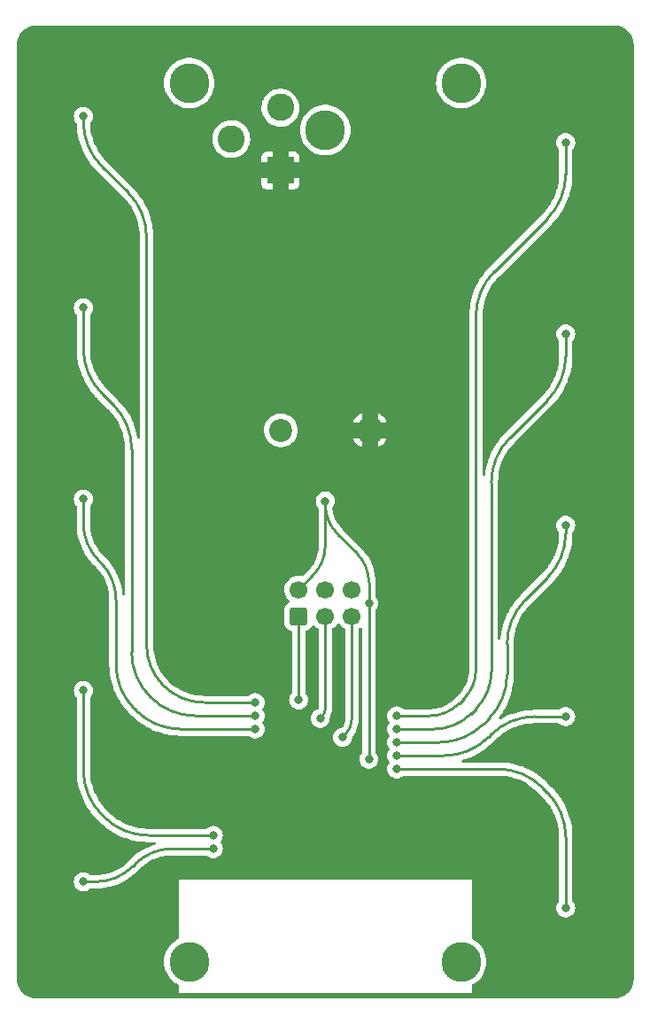
<source format=gbr>
%TF.GenerationSoftware,KiCad,Pcbnew,(6.0.6)*%
%TF.CreationDate,2023-01-23T13:41:07-05:00*%
%TF.ProjectId,esp32-wled,65737033-322d-4776-9c65-642e6b696361,rev?*%
%TF.SameCoordinates,Original*%
%TF.FileFunction,Copper,L2,Bot*%
%TF.FilePolarity,Positive*%
%FSLAX46Y46*%
G04 Gerber Fmt 4.6, Leading zero omitted, Abs format (unit mm)*
G04 Created by KiCad (PCBNEW (6.0.6)) date 2023-01-23 13:41:07*
%MOMM*%
%LPD*%
G01*
G04 APERTURE LIST*
G04 Aperture macros list*
%AMRoundRect*
0 Rectangle with rounded corners*
0 $1 Rounding radius*
0 $2 $3 $4 $5 $6 $7 $8 $9 X,Y pos of 4 corners*
0 Add a 4 corners polygon primitive as box body*
4,1,4,$2,$3,$4,$5,$6,$7,$8,$9,$2,$3,0*
0 Add four circle primitives for the rounded corners*
1,1,$1+$1,$2,$3*
1,1,$1+$1,$4,$5*
1,1,$1+$1,$6,$7*
1,1,$1+$1,$8,$9*
0 Add four rect primitives between the rounded corners*
20,1,$1+$1,$2,$3,$4,$5,0*
20,1,$1+$1,$4,$5,$6,$7,0*
20,1,$1+$1,$6,$7,$8,$9,0*
20,1,$1+$1,$8,$9,$2,$3,0*%
G04 Aperture macros list end*
%TA.AperFunction,ComponentPad*%
%ADD10RoundRect,0.550000X0.550000X0.550000X-0.550000X0.550000X-0.550000X-0.550000X0.550000X-0.550000X0*%
%TD*%
%TA.AperFunction,ComponentPad*%
%ADD11C,3.800000*%
%TD*%
%TA.AperFunction,ComponentPad*%
%ADD12RoundRect,0.250000X0.600000X-0.600000X0.600000X0.600000X-0.600000X0.600000X-0.600000X-0.600000X0*%
%TD*%
%TA.AperFunction,ComponentPad*%
%ADD13C,1.700000*%
%TD*%
%TA.AperFunction,ComponentPad*%
%ADD14C,2.200000*%
%TD*%
%TA.AperFunction,ComponentPad*%
%ADD15R,2.600000X2.600000*%
%TD*%
%TA.AperFunction,ComponentPad*%
%ADD16C,2.600000*%
%TD*%
%TA.AperFunction,ViaPad*%
%ADD17C,2.000000*%
%TD*%
%TA.AperFunction,ViaPad*%
%ADD18C,0.800000*%
%TD*%
%TA.AperFunction,Conductor*%
%ADD19C,0.250000*%
%TD*%
G04 APERTURE END LIST*
D10*
%TO.P,12V,1,Pin_1*%
%TO.N,+12V*%
X137305600Y-89961550D03*
%TD*%
D11*
%TO.P, ,4*%
%TO.N,N/C*%
X120038400Y-140766800D03*
%TD*%
D12*
%TO.P,H1,1,Pin_1*%
%TO.N,EN*%
X130493400Y-107737300D03*
D13*
%TO.P,H1,2,Pin_2*%
%TO.N,+3.3V*%
X130493400Y-105197300D03*
%TO.P,H1,3,Pin_3*%
%TO.N,TX*%
X133033400Y-107737300D03*
%TO.P,H1,4,Pin_4*%
%TO.N,GND*%
X133033400Y-105197300D03*
%TO.P,H1,5,Pin_5*%
%TO.N,RX*%
X135573400Y-107737300D03*
%TO.P,H1,6,Pin_6*%
%TO.N,GPIO0*%
X135573400Y-105197300D03*
%TD*%
D11*
%TO.P, ,1*%
%TO.N,N/C*%
X133038400Y-61275550D03*
%TD*%
D14*
%TO.P,GND,1,Pin_1*%
%TO.N,GND*%
X128799600Y-89961550D03*
%TD*%
D15*
%TO.P,J1,1*%
%TO.N,+12V*%
X128752600Y-65125600D03*
D16*
%TO.P,J1,2*%
%TO.N,GND*%
X128752600Y-59125600D03*
%TO.P,J1,3*%
%TO.N,N/C*%
X124052600Y-62125600D03*
%TD*%
D11*
%TO.P, ,5*%
%TO.N,N/C*%
X146038400Y-140766800D03*
%TD*%
%TO.P, ,3*%
%TO.N,N/C*%
X120038400Y-56766800D03*
%TD*%
%TO.P, ,2*%
%TO.N,N/C*%
X146038400Y-56766800D03*
%TD*%
D17*
%TO.N,+12V*%
X158581400Y-101540000D03*
X107044800Y-94040000D03*
X107044800Y-75752000D03*
X158581400Y-83252000D03*
X158581400Y-138116000D03*
X107044800Y-112328000D03*
D18*
X135338400Y-96730000D03*
D17*
X107044800Y-57464000D03*
X158581400Y-119828000D03*
X107044800Y-130616000D03*
X158581400Y-64964000D03*
D18*
%TO.N,Net-(LED2-GPIO16-Pad2)*%
X109911200Y-78252000D03*
X126330200Y-117255800D03*
%TO.N,Net-(LED5-GPIO23-Pad2)*%
X109911200Y-133116000D03*
X122330200Y-129955800D03*
%TO.N,Net-(LED6-GPIO32-Pad2)*%
X156026800Y-135616000D03*
X139868400Y-122335800D03*
%TO.N,Net-(LED7-GPIO33-Pad2)*%
X139868400Y-121065800D03*
X156026800Y-117328000D03*
%TO.N,Net-(LED8-GPIO25-Pad2)*%
X156026800Y-99040000D03*
X139868400Y-119795800D03*
%TO.N,Net-(LED9-GPIO26-Pad2)*%
X139868400Y-118525800D03*
X156026800Y-80752000D03*
%TO.N,Net-(LED10-GPIO27-Pad2)*%
X139868400Y-117255800D03*
X156026800Y-62464000D03*
%TO.N,+3.3V*%
X137210800Y-106502200D03*
X137210800Y-121386600D03*
X133038400Y-96730000D03*
%TO.N,RX*%
X134696200Y-119303800D03*
%TO.N,TX*%
X132562600Y-117500400D03*
%TO.N,EN*%
X130493400Y-115734200D03*
%TO.N,Net-(LED1-GPIO4-Pad2)*%
X126330200Y-115985800D03*
X109911200Y-59964000D03*
%TO.N,Net-(LED3-GPIO17-Pad2)*%
X126330200Y-118525800D03*
X109911200Y-96540000D03*
%TO.N,Net-(LED4-GPIO22-Pad2)*%
X122330200Y-128685800D03*
X109911200Y-114828000D03*
%TD*%
D19*
%TO.N,Net-(LED2-GPIO16-Pad2)*%
X109911200Y-78252000D02*
X109911200Y-82178319D01*
X116285960Y-115422360D02*
X116362041Y-115498441D01*
X114528600Y-91766281D02*
X114528600Y-111179719D01*
X111668560Y-86420960D02*
X112771241Y-87523641D01*
X120604681Y-117255800D02*
X126330200Y-117255800D01*
X120604681Y-117255813D02*
G75*
G02*
X116362041Y-115498441I19J6000013D01*
G01*
X114528613Y-91766281D02*
G75*
G03*
X112771241Y-87523641I-6000013J-19D01*
G01*
X111668569Y-86420951D02*
G75*
G02*
X109911200Y-82178319I4242631J4242651D01*
G01*
X116285969Y-115422351D02*
G75*
G02*
X114528600Y-111179719I4242631J4242651D01*
G01*
%TO.N,Net-(LED5-GPIO23-Pad2)*%
X118393668Y-129955800D02*
X122330200Y-129955800D01*
X114626866Y-131651534D02*
X114858134Y-131420266D01*
X109911200Y-133116000D02*
X111091332Y-133116000D01*
X111091332Y-133116022D02*
G75*
G03*
X114626865Y-131651533I-32J5000022D01*
G01*
X118393668Y-129955778D02*
G75*
G03*
X114858135Y-131420267I32J-5000022D01*
G01*
%TO.N,Net-(LED6-GPIO32-Pad2)*%
X156026800Y-135616000D02*
X156026800Y-128819481D01*
X154269440Y-124576840D02*
X153785759Y-124093159D01*
X149543119Y-122335800D02*
X139868400Y-122335800D01*
X149543119Y-122335787D02*
G75*
G02*
X153785759Y-124093159I-19J-6000013D01*
G01*
X156026813Y-128819481D02*
G75*
G03*
X154269440Y-124576840I-6000013J-19D01*
G01*
%TO.N,Net-(LED7-GPIO33-Pad2)*%
X139868400Y-121065800D02*
X144393519Y-121065800D01*
X148636160Y-119308440D02*
X148859241Y-119085359D01*
X153101881Y-117328000D02*
X156026800Y-117328000D01*
X144393519Y-121065813D02*
G75*
G03*
X148636160Y-119308440I-19J6000013D01*
G01*
X148859250Y-119085368D02*
G75*
G02*
X153101881Y-117328000I4242650J-4242632D01*
G01*
%TO.N,Net-(LED8-GPIO25-Pad2)*%
X156026800Y-99040000D02*
X156026800Y-99831319D01*
X148178960Y-118038440D02*
X148661441Y-117555959D01*
X150418800Y-113313319D02*
X150418800Y-110871000D01*
X139868400Y-119795800D02*
X143936319Y-119795800D01*
X150418800Y-110409881D02*
X150418800Y-110871000D01*
X154269440Y-104073960D02*
X152176159Y-106167241D01*
X150418813Y-113313319D02*
G75*
G02*
X148661441Y-117555959I-6000013J19D01*
G01*
X152176168Y-106167250D02*
G75*
G03*
X150418800Y-110409881I4242632J-4242650D01*
G01*
X156026813Y-99831319D02*
G75*
G02*
X154269440Y-104073960I-6000013J19D01*
G01*
X143936319Y-119795813D02*
G75*
G03*
X148178960Y-118038440I-19J6000013D01*
G01*
%TO.N,Net-(LED9-GPIO26-Pad2)*%
X154269440Y-87106760D02*
X150677559Y-90698641D01*
X147455734Y-116577266D02*
X146971666Y-117061334D01*
X156026800Y-80752000D02*
X156026800Y-82864119D01*
X148920200Y-94941281D02*
X148920200Y-113041732D01*
X143436132Y-118525800D02*
X139868400Y-118525800D01*
X156026813Y-82864119D02*
G75*
G02*
X154269440Y-87106760I-6000013J19D01*
G01*
X148920187Y-94941281D02*
G75*
G02*
X150677559Y-90698641I6000013J-19D01*
G01*
X143436132Y-118525822D02*
G75*
G03*
X146971665Y-117061333I-32J5000022D01*
G01*
X147455718Y-116577250D02*
G75*
G03*
X148920200Y-113041732I-3535518J3535550D01*
G01*
%TO.N,Net-(LED10-GPIO27-Pad2)*%
X147447000Y-79040881D02*
X147447000Y-80187800D01*
X139868400Y-117255800D02*
X143012146Y-117255800D01*
X156026800Y-62464000D02*
X156026800Y-65490519D01*
X154269440Y-69733160D02*
X149204359Y-74798241D01*
X145840573Y-116084227D02*
X146275427Y-115649373D01*
X147447000Y-112820946D02*
X147447000Y-80187800D01*
X147446987Y-79040881D02*
G75*
G02*
X149204359Y-74798241I6000013J-19D01*
G01*
X143012146Y-117255832D02*
G75*
G03*
X145840573Y-116084227I-46J4000032D01*
G01*
X147447032Y-112820946D02*
G75*
G02*
X146275427Y-115649373I-4000032J46D01*
G01*
X154269431Y-69733151D02*
G75*
G03*
X156026800Y-65490519I-4242631J4242651D01*
G01*
%TO.N,+3.3V*%
X130493400Y-105197300D02*
X131866827Y-103823873D01*
X136039227Y-101698427D02*
X134209973Y-99869173D01*
X133038400Y-97040746D02*
X133038400Y-96730000D01*
X133038400Y-100995446D02*
X133038400Y-97040746D01*
X137210800Y-106629200D02*
X137210800Y-106502200D01*
X137210800Y-106629200D02*
X137210800Y-121386600D01*
X137210800Y-106502200D02*
X137210800Y-104526854D01*
X136039204Y-101698450D02*
G75*
G02*
X137210800Y-104526854I-2828404J-2828450D01*
G01*
X133038368Y-97040746D02*
G75*
G03*
X134209973Y-99869173I4000032J46D01*
G01*
X133038432Y-100995446D02*
G75*
G02*
X131866827Y-103823873I-4000032J46D01*
G01*
%TO.N,RX*%
X135573400Y-107737300D02*
X135573400Y-117598173D01*
X134987613Y-119012387D02*
X134696200Y-119303800D01*
X135573380Y-117598173D02*
G75*
G02*
X134987612Y-119012386I-1999980J-27D01*
G01*
%TO.N,TX*%
X133033400Y-107737300D02*
X133033400Y-116615386D01*
X132740507Y-117322493D02*
X132562600Y-117500400D01*
X133033390Y-116615386D02*
G75*
G02*
X132740507Y-117322493I-999990J-14D01*
G01*
%TO.N,EN*%
X130493400Y-115202600D02*
X130493400Y-115378600D01*
X130493400Y-107737300D02*
X130493400Y-115202600D01*
X130493400Y-115202600D02*
X130493400Y-115734200D01*
%TO.N,Net-(LED1-GPIO4-Pad2)*%
X109911200Y-60486719D02*
X109911200Y-59964000D01*
X126330200Y-115985800D02*
X121464375Y-115985800D01*
X114193640Y-67254440D02*
X111668559Y-64729359D01*
X115951000Y-110472425D02*
X115951000Y-71497081D01*
X117575287Y-114374887D02*
X117561912Y-114361512D01*
X117575300Y-114374874D02*
G75*
G03*
X121464375Y-115985800I3889100J3889074D01*
G01*
X114193631Y-67254449D02*
G75*
G02*
X115951000Y-71497081I-4242631J-4242651D01*
G01*
X115950983Y-110472425D02*
G75*
G03*
X117561913Y-114361511I5500017J25D01*
G01*
X111668568Y-64729350D02*
G75*
G02*
X109911200Y-60486719I4242632J4242650D01*
G01*
%TO.N,Net-(LED3-GPIO17-Pad2)*%
X113030000Y-106134868D02*
X113030000Y-112348119D01*
X119207681Y-118525800D02*
X126330200Y-118525800D01*
X114787360Y-116590760D02*
X114965041Y-116768441D01*
X111375666Y-102409466D02*
X111565534Y-102599334D01*
X109911200Y-96540000D02*
X109911200Y-98873932D01*
X119207681Y-118525813D02*
G75*
G02*
X114965041Y-116768441I19J6000013D01*
G01*
X109911178Y-98873932D02*
G75*
G03*
X111375667Y-102409465I5000022J32D01*
G01*
X114787369Y-116590751D02*
G75*
G02*
X113030000Y-112348119I4242631J4242651D01*
G01*
X111565518Y-102599350D02*
G75*
G02*
X113030000Y-106134868I-3535518J-3535550D01*
G01*
%TO.N,Net-(LED4-GPIO22-Pad2)*%
X111891640Y-126928440D02*
X111668559Y-126705359D01*
X109911200Y-122462719D02*
X109911200Y-114828000D01*
X122330200Y-128685800D02*
X116134281Y-128685800D01*
X111891649Y-126928431D02*
G75*
G03*
X116134281Y-128685800I4242651J4242631D01*
G01*
X109911187Y-122462719D02*
G75*
G03*
X111668559Y-126705359I6000013J19D01*
G01*
%TD*%
%TA.AperFunction,Conductor*%
%TO.N,+12V*%
G36*
X160671618Y-51276800D02*
G01*
X160686451Y-51279110D01*
X160686455Y-51279110D01*
X160695324Y-51280491D01*
X160704226Y-51279327D01*
X160704229Y-51279327D01*
X160711612Y-51278361D01*
X160736191Y-51277567D01*
X160931997Y-51290401D01*
X160948338Y-51292552D01*
X161166703Y-51335988D01*
X161182622Y-51340254D01*
X161393438Y-51411816D01*
X161408665Y-51418123D01*
X161608342Y-51516593D01*
X161622616Y-51524834D01*
X161807729Y-51648522D01*
X161820805Y-51658555D01*
X161988194Y-51805352D01*
X161999848Y-51817006D01*
X162146645Y-51984395D01*
X162156678Y-51997471D01*
X162280366Y-52182584D01*
X162288607Y-52196858D01*
X162387077Y-52396535D01*
X162393384Y-52411762D01*
X162464946Y-52622578D01*
X162469212Y-52638497D01*
X162512648Y-52856862D01*
X162514799Y-52873203D01*
X162527163Y-53061836D01*
X162526133Y-53084950D01*
X162526090Y-53088454D01*
X162524709Y-53097324D01*
X162525873Y-53106226D01*
X162525873Y-53106228D01*
X162528836Y-53128883D01*
X162529900Y-53145221D01*
X162529900Y-142380633D01*
X162528400Y-142400018D01*
X162526090Y-142414851D01*
X162526090Y-142414855D01*
X162524709Y-142423724D01*
X162525873Y-142432626D01*
X162525873Y-142432629D01*
X162526839Y-142440012D01*
X162527633Y-142464591D01*
X162514799Y-142660397D01*
X162512648Y-142676738D01*
X162469212Y-142895103D01*
X162464946Y-142911022D01*
X162393384Y-143121838D01*
X162387077Y-143137065D01*
X162288607Y-143336742D01*
X162280366Y-143351016D01*
X162156678Y-143536129D01*
X162146645Y-143549205D01*
X161999848Y-143716594D01*
X161988194Y-143728248D01*
X161820805Y-143875045D01*
X161807729Y-143885078D01*
X161622616Y-144008766D01*
X161608342Y-144017007D01*
X161408665Y-144115477D01*
X161393438Y-144121784D01*
X161182622Y-144193346D01*
X161166703Y-144197612D01*
X160948338Y-144241048D01*
X160931997Y-144243199D01*
X160780804Y-144253109D01*
X160743363Y-144255563D01*
X160720250Y-144254533D01*
X160716746Y-144254490D01*
X160707876Y-144253109D01*
X160698974Y-144254273D01*
X160698972Y-144254273D01*
X160685515Y-144256033D01*
X160676314Y-144257236D01*
X160659979Y-144258300D01*
X105424567Y-144258300D01*
X105405182Y-144256800D01*
X105390349Y-144254490D01*
X105390345Y-144254490D01*
X105381476Y-144253109D01*
X105372574Y-144254273D01*
X105372571Y-144254273D01*
X105365188Y-144255239D01*
X105340609Y-144256033D01*
X105144803Y-144243199D01*
X105128462Y-144241048D01*
X104910097Y-144197612D01*
X104894178Y-144193346D01*
X104683362Y-144121784D01*
X104668135Y-144115477D01*
X104468458Y-144017007D01*
X104454184Y-144008766D01*
X104269071Y-143885078D01*
X104255995Y-143875045D01*
X104088606Y-143728248D01*
X104076952Y-143716594D01*
X103930155Y-143549205D01*
X103920122Y-143536129D01*
X103796434Y-143351016D01*
X103788193Y-143336742D01*
X103689723Y-143137065D01*
X103683416Y-143121838D01*
X103611854Y-142911022D01*
X103607588Y-142895103D01*
X103564152Y-142676738D01*
X103562001Y-142660397D01*
X103549876Y-142475408D01*
X103551050Y-142452232D01*
X103550734Y-142452204D01*
X103551170Y-142447344D01*
X103551976Y-142442552D01*
X103552129Y-142430000D01*
X103548173Y-142402376D01*
X103546900Y-142384514D01*
X103546900Y-140766800D01*
X117625138Y-140766800D01*
X117644167Y-141069262D01*
X117700955Y-141366954D01*
X117794606Y-141655181D01*
X117923642Y-141929398D01*
X118086030Y-142185280D01*
X118279208Y-142418792D01*
X118500129Y-142626250D01*
X118745310Y-142804384D01*
X118748779Y-142806291D01*
X118748782Y-142806293D01*
X118973101Y-142929614D01*
X119023160Y-142979959D01*
X119038400Y-143040028D01*
X119038400Y-143720800D01*
X147038400Y-143720800D01*
X147038400Y-143040028D01*
X147058402Y-142971907D01*
X147103699Y-142929614D01*
X147328018Y-142806293D01*
X147328021Y-142806291D01*
X147331490Y-142804384D01*
X147576671Y-142626250D01*
X147797592Y-142418792D01*
X147990770Y-142185280D01*
X148153158Y-141929398D01*
X148282194Y-141655181D01*
X148375845Y-141366954D01*
X148432633Y-141069262D01*
X148451662Y-140766800D01*
X148432633Y-140464338D01*
X148375845Y-140166646D01*
X148282194Y-139878419D01*
X148153158Y-139604202D01*
X147990770Y-139348320D01*
X147797592Y-139114808D01*
X147576671Y-138907350D01*
X147331490Y-138729216D01*
X147103699Y-138603986D01*
X147053640Y-138553641D01*
X147038400Y-138493572D01*
X147038400Y-132940800D01*
X119038400Y-132940800D01*
X119038400Y-138493572D01*
X119018398Y-138561693D01*
X118973101Y-138603986D01*
X118745310Y-138729216D01*
X118500129Y-138907350D01*
X118279208Y-139114808D01*
X118086030Y-139348320D01*
X117923642Y-139604202D01*
X117794606Y-139878419D01*
X117700955Y-140166646D01*
X117644167Y-140464338D01*
X117625138Y-140766800D01*
X103546900Y-140766800D01*
X103546900Y-133116000D01*
X108997696Y-133116000D01*
X109017658Y-133305928D01*
X109076673Y-133487556D01*
X109172160Y-133652944D01*
X109176578Y-133657851D01*
X109176579Y-133657852D01*
X109263250Y-133754110D01*
X109299947Y-133794866D01*
X109454448Y-133907118D01*
X109460476Y-133909802D01*
X109460478Y-133909803D01*
X109622881Y-133982109D01*
X109628912Y-133984794D01*
X109722312Y-134004647D01*
X109809256Y-134023128D01*
X109809261Y-134023128D01*
X109815713Y-134024500D01*
X110006687Y-134024500D01*
X110013139Y-134023128D01*
X110013144Y-134023128D01*
X110100088Y-134004647D01*
X110193488Y-133984794D01*
X110199519Y-133982109D01*
X110361922Y-133909803D01*
X110361924Y-133909802D01*
X110367952Y-133907118D01*
X110522453Y-133794866D01*
X110526868Y-133789963D01*
X110531780Y-133785540D01*
X110532905Y-133786789D01*
X110586214Y-133753949D01*
X110619400Y-133749500D01*
X111037340Y-133749500D01*
X111055093Y-133750757D01*
X111073888Y-133753432D01*
X111073891Y-133753432D01*
X111077972Y-133754013D01*
X111084230Y-133754079D01*
X111087203Y-133754110D01*
X111087208Y-133754110D01*
X111091336Y-133754153D01*
X111093307Y-133753914D01*
X111094832Y-133754272D01*
X111094811Y-133753732D01*
X111531208Y-133736584D01*
X111533677Y-133736487D01*
X111545366Y-133735103D01*
X111970843Y-133684742D01*
X111970849Y-133684741D01*
X111973291Y-133684452D01*
X112407466Y-133598087D01*
X112409827Y-133597421D01*
X112409840Y-133597418D01*
X112799369Y-133487556D01*
X112833528Y-133477922D01*
X112835844Y-133477068D01*
X112835855Y-133477064D01*
X113246530Y-133325555D01*
X113248848Y-133324700D01*
X113251087Y-133323668D01*
X113648627Y-133140397D01*
X113648632Y-133140394D01*
X113650865Y-133139365D01*
X113771024Y-133072072D01*
X114034934Y-132924274D01*
X114034939Y-132924271D01*
X114037103Y-132923059D01*
X114039170Y-132921678D01*
X114403113Y-132678497D01*
X114403122Y-132678490D01*
X114405179Y-132677116D01*
X114752823Y-132403052D01*
X114827815Y-132333730D01*
X114922899Y-132245834D01*
X115058418Y-132120560D01*
X115062226Y-132117390D01*
X115062137Y-132117286D01*
X115065256Y-132114608D01*
X115068562Y-132112125D01*
X115078110Y-132102774D01*
X115097322Y-132078272D01*
X115107381Y-132066923D01*
X115270717Y-131903587D01*
X115283108Y-131892720D01*
X115298601Y-131880832D01*
X115298602Y-131880831D01*
X115304628Y-131876207D01*
X115318610Y-131858755D01*
X115331818Y-131844641D01*
X115582883Y-131614579D01*
X115591304Y-131607513D01*
X115884782Y-131382318D01*
X115893786Y-131376013D01*
X116205779Y-131177249D01*
X116215298Y-131171753D01*
X116543422Y-131000940D01*
X116553384Y-130996294D01*
X116895162Y-130854723D01*
X116905491Y-130850964D01*
X117258292Y-130739724D01*
X117268910Y-130736879D01*
X117568575Y-130670443D01*
X117630067Y-130656810D01*
X117640884Y-130654903D01*
X117921379Y-130617973D01*
X118007653Y-130606614D01*
X118018603Y-130605656D01*
X118351175Y-130591134D01*
X118373116Y-130592092D01*
X118379456Y-130592927D01*
X118379461Y-130592927D01*
X118386989Y-130593918D01*
X118421923Y-130590061D01*
X118435750Y-130589300D01*
X121622000Y-130589300D01*
X121690121Y-130609302D01*
X121709347Y-130625643D01*
X121709620Y-130625340D01*
X121714532Y-130629763D01*
X121718947Y-130634666D01*
X121740529Y-130650346D01*
X121859631Y-130736879D01*
X121873448Y-130746918D01*
X121879476Y-130749602D01*
X121879478Y-130749603D01*
X122041881Y-130821909D01*
X122047912Y-130824594D01*
X122141313Y-130844447D01*
X122228256Y-130862928D01*
X122228261Y-130862928D01*
X122234713Y-130864300D01*
X122425687Y-130864300D01*
X122432139Y-130862928D01*
X122432144Y-130862928D01*
X122519087Y-130844447D01*
X122612488Y-130824594D01*
X122618519Y-130821909D01*
X122780922Y-130749603D01*
X122780924Y-130749602D01*
X122786952Y-130746918D01*
X122800770Y-130736879D01*
X122912612Y-130655620D01*
X122941453Y-130634666D01*
X122980649Y-130591134D01*
X123064821Y-130497652D01*
X123064822Y-130497651D01*
X123069240Y-130492744D01*
X123164727Y-130327356D01*
X123223742Y-130145728D01*
X123243704Y-129955800D01*
X123223742Y-129765872D01*
X123164727Y-129584244D01*
X123069240Y-129418856D01*
X123056862Y-129405109D01*
X123026146Y-129341103D01*
X123034910Y-129270650D01*
X123056861Y-129236493D01*
X123069240Y-129222744D01*
X123164727Y-129057356D01*
X123223742Y-128875728D01*
X123224917Y-128864554D01*
X123243014Y-128692365D01*
X123243704Y-128685800D01*
X123223742Y-128495872D01*
X123164727Y-128314244D01*
X123069240Y-128148856D01*
X122967405Y-128035756D01*
X122945875Y-128011845D01*
X122945874Y-128011844D01*
X122941453Y-128006934D01*
X122799805Y-127904020D01*
X122792294Y-127898563D01*
X122792293Y-127898562D01*
X122786952Y-127894682D01*
X122780924Y-127891998D01*
X122780922Y-127891997D01*
X122618519Y-127819691D01*
X122618518Y-127819691D01*
X122612488Y-127817006D01*
X122519088Y-127797153D01*
X122432144Y-127778672D01*
X122432139Y-127778672D01*
X122425687Y-127777300D01*
X122234713Y-127777300D01*
X122228261Y-127778672D01*
X122228256Y-127778672D01*
X122141312Y-127797153D01*
X122047912Y-127817006D01*
X122041882Y-127819691D01*
X122041881Y-127819691D01*
X121879478Y-127891997D01*
X121879476Y-127891998D01*
X121873448Y-127894682D01*
X121868107Y-127898562D01*
X121868106Y-127898563D01*
X121860595Y-127904020D01*
X121718947Y-128006934D01*
X121714532Y-128011837D01*
X121709620Y-128016260D01*
X121708495Y-128015011D01*
X121655186Y-128047851D01*
X121622000Y-128052300D01*
X116184300Y-128052300D01*
X116167853Y-128051222D01*
X116148496Y-128048673D01*
X116148493Y-128048673D01*
X116140966Y-128047682D01*
X116126108Y-128049323D01*
X116117724Y-128050248D01*
X116098950Y-128050912D01*
X116002097Y-128047106D01*
X115718170Y-128035950D01*
X115708333Y-128035176D01*
X115299680Y-127986807D01*
X115289933Y-127985263D01*
X114886344Y-127904983D01*
X114876737Y-127902677D01*
X114718931Y-127858170D01*
X114480713Y-127790984D01*
X114471304Y-127787927D01*
X114085260Y-127645507D01*
X114076120Y-127641721D01*
X113889282Y-127555587D01*
X113702437Y-127469450D01*
X113693634Y-127464964D01*
X113334615Y-127263902D01*
X113326184Y-127258736D01*
X113217138Y-127185873D01*
X112984059Y-127030134D01*
X112976055Y-127024319D01*
X112875780Y-126945268D01*
X112652899Y-126769562D01*
X112645396Y-126763154D01*
X112371070Y-126509567D01*
X112356642Y-126493753D01*
X112347584Y-126481949D01*
X112320151Y-126459971D01*
X112309837Y-126450732D01*
X112151881Y-126292776D01*
X112141013Y-126280385D01*
X112129124Y-126264890D01*
X112129121Y-126264887D01*
X112124501Y-126258866D01*
X112106250Y-126244244D01*
X112092515Y-126231449D01*
X111927740Y-126053196D01*
X111833838Y-125951613D01*
X111827413Y-125944090D01*
X111572670Y-125620952D01*
X111566855Y-125612948D01*
X111338252Y-125270822D01*
X111333083Y-125262387D01*
X111310542Y-125222137D01*
X111132024Y-124903371D01*
X111127535Y-124894562D01*
X110955267Y-124520885D01*
X110951481Y-124511745D01*
X110809060Y-124125700D01*
X110806003Y-124116291D01*
X110706322Y-123762852D01*
X110694311Y-123720265D01*
X110692003Y-123710652D01*
X110686580Y-123683389D01*
X110611725Y-123307073D01*
X110610178Y-123297309D01*
X110603742Y-123242928D01*
X110577184Y-123018549D01*
X110561813Y-122888681D01*
X110561037Y-122878818D01*
X110546376Y-122505690D01*
X110547356Y-122484301D01*
X110548327Y-122476927D01*
X110549318Y-122469400D01*
X110545461Y-122434464D01*
X110544700Y-122420637D01*
X110544700Y-122335800D01*
X138954896Y-122335800D01*
X138955586Y-122342365D01*
X138973326Y-122511148D01*
X138974858Y-122525728D01*
X139033873Y-122707356D01*
X139129360Y-122872744D01*
X139257147Y-123014666D01*
X139356243Y-123086664D01*
X139397451Y-123116603D01*
X139411648Y-123126918D01*
X139417676Y-123129602D01*
X139417678Y-123129603D01*
X139580081Y-123201909D01*
X139586112Y-123204594D01*
X139679513Y-123224447D01*
X139766456Y-123242928D01*
X139766461Y-123242928D01*
X139772913Y-123244300D01*
X139963887Y-123244300D01*
X139970339Y-123242928D01*
X139970344Y-123242928D01*
X140057287Y-123224447D01*
X140150688Y-123204594D01*
X140156719Y-123201909D01*
X140319122Y-123129603D01*
X140319124Y-123129602D01*
X140325152Y-123126918D01*
X140339350Y-123116603D01*
X140471282Y-123020748D01*
X140479653Y-123014666D01*
X140484068Y-123009763D01*
X140488980Y-123005340D01*
X140490105Y-123006589D01*
X140543414Y-122973749D01*
X140576600Y-122969300D01*
X149493100Y-122969300D01*
X149509547Y-122970378D01*
X149528904Y-122972927D01*
X149528907Y-122972927D01*
X149536434Y-122973918D01*
X149549854Y-122972436D01*
X149559762Y-122971343D01*
X149578534Y-122970679D01*
X149959218Y-122985637D01*
X149969081Y-122986413D01*
X150166294Y-123009755D01*
X150377718Y-123034779D01*
X150387473Y-123036325D01*
X150791058Y-123116604D01*
X150800665Y-123118911D01*
X150956418Y-123162838D01*
X151196691Y-123230603D01*
X151206100Y-123233660D01*
X151592145Y-123376081D01*
X151601285Y-123379867D01*
X151788124Y-123466001D01*
X151974968Y-123552138D01*
X151983771Y-123556624D01*
X152275985Y-123720272D01*
X152342787Y-123757683D01*
X152351222Y-123762852D01*
X152693348Y-123991455D01*
X152701352Y-123997270D01*
X153024490Y-124252013D01*
X153032013Y-124258438D01*
X153306281Y-124511969D01*
X153320713Y-124527789D01*
X153325187Y-124533620D01*
X153325192Y-124533625D01*
X153329815Y-124539650D01*
X153335743Y-124544399D01*
X153357253Y-124561632D01*
X153367567Y-124570871D01*
X153786118Y-124989422D01*
X153796985Y-125001813D01*
X153808872Y-125017305D01*
X153808874Y-125017307D01*
X153813498Y-125023333D01*
X153831749Y-125037955D01*
X153845484Y-125050750D01*
X153974468Y-125190285D01*
X154104161Y-125330586D01*
X154110586Y-125338109D01*
X154365329Y-125661247D01*
X154371144Y-125669251D01*
X154599747Y-126011377D01*
X154604913Y-126019808D01*
X154754512Y-126286931D01*
X154805973Y-126378821D01*
X154810462Y-126387631D01*
X154853943Y-126481949D01*
X154982733Y-126761315D01*
X154986519Y-126770455D01*
X155128939Y-127156500D01*
X155131996Y-127165909D01*
X155243687Y-127561928D01*
X155245997Y-127571547D01*
X155289647Y-127790984D01*
X155326274Y-127975118D01*
X155327821Y-127984881D01*
X155346648Y-128143948D01*
X155376187Y-128393519D01*
X155376963Y-128403382D01*
X155391624Y-128776510D01*
X155390644Y-128797894D01*
X155388682Y-128812800D01*
X155390895Y-128832843D01*
X155392539Y-128847736D01*
X155393300Y-128861563D01*
X155393300Y-134913476D01*
X155373298Y-134981597D01*
X155360942Y-134997779D01*
X155287760Y-135079056D01*
X155192273Y-135244444D01*
X155133258Y-135426072D01*
X155113296Y-135616000D01*
X155133258Y-135805928D01*
X155192273Y-135987556D01*
X155287760Y-136152944D01*
X155415547Y-136294866D01*
X155570048Y-136407118D01*
X155576076Y-136409802D01*
X155576078Y-136409803D01*
X155738481Y-136482109D01*
X155744512Y-136484794D01*
X155837913Y-136504647D01*
X155924856Y-136523128D01*
X155924861Y-136523128D01*
X155931313Y-136524500D01*
X156122287Y-136524500D01*
X156128739Y-136523128D01*
X156128744Y-136523128D01*
X156215687Y-136504647D01*
X156309088Y-136484794D01*
X156315119Y-136482109D01*
X156477522Y-136409803D01*
X156477524Y-136409802D01*
X156483552Y-136407118D01*
X156638053Y-136294866D01*
X156765840Y-136152944D01*
X156861327Y-135987556D01*
X156920342Y-135805928D01*
X156940304Y-135616000D01*
X156920342Y-135426072D01*
X156861327Y-135244444D01*
X156765840Y-135079056D01*
X156692663Y-134997785D01*
X156661947Y-134933779D01*
X156660300Y-134913476D01*
X156660300Y-128873475D01*
X156661557Y-128855722D01*
X156664232Y-128836927D01*
X156664232Y-128836924D01*
X156664813Y-128832843D01*
X156664953Y-128819479D01*
X156664458Y-128815390D01*
X156664349Y-128813402D01*
X156664239Y-128810983D01*
X156657353Y-128618197D01*
X156647628Y-128345948D01*
X156609016Y-127986809D01*
X156597219Y-127877079D01*
X156597218Y-127877070D01*
X156596977Y-127874831D01*
X156596576Y-127872607D01*
X156513243Y-127410731D01*
X156513241Y-127410722D01*
X156512845Y-127408527D01*
X156395661Y-126949414D01*
X156394958Y-126947300D01*
X156394953Y-126947285D01*
X156246732Y-126501957D01*
X156246731Y-126501955D01*
X156246024Y-126499830D01*
X156243506Y-126493749D01*
X156065551Y-126064132D01*
X156065549Y-126064127D01*
X156064695Y-126062066D01*
X155852598Y-125638353D01*
X155842274Y-125620952D01*
X155611963Y-125232786D01*
X155610815Y-125230851D01*
X155447242Y-124995263D01*
X155341851Y-124843472D01*
X155341848Y-124843468D01*
X155340576Y-124841636D01*
X155043260Y-124472691D01*
X155041737Y-124471055D01*
X155041729Y-124471046D01*
X154738910Y-124145798D01*
X154735300Y-124141487D01*
X154735197Y-124141575D01*
X154732512Y-124138448D01*
X154730032Y-124135145D01*
X154720681Y-124125597D01*
X154696184Y-124106389D01*
X154684835Y-124096330D01*
X154271894Y-123683389D01*
X154260228Y-123669946D01*
X154248831Y-123654766D01*
X154248828Y-123654763D01*
X154246353Y-123651466D01*
X154237002Y-123641918D01*
X154233761Y-123639376D01*
X154231744Y-123637570D01*
X154229952Y-123635933D01*
X153891553Y-123320870D01*
X153891544Y-123320862D01*
X153889908Y-123319339D01*
X153520963Y-123022023D01*
X153468558Y-122985637D01*
X153133596Y-122753068D01*
X153133594Y-122753067D01*
X153131748Y-122751785D01*
X153046275Y-122701071D01*
X152726180Y-122511148D01*
X152726169Y-122511142D01*
X152724246Y-122510001D01*
X152389353Y-122342365D01*
X152302537Y-122298908D01*
X152302534Y-122298907D01*
X152300533Y-122297905D01*
X152298472Y-122297051D01*
X152298467Y-122297049D01*
X151864840Y-122117433D01*
X151864830Y-122117429D01*
X151862770Y-122116576D01*
X151694456Y-122060555D01*
X151415315Y-121967646D01*
X151415300Y-121967641D01*
X151413186Y-121966938D01*
X151402632Y-121964244D01*
X151202732Y-121913222D01*
X150954072Y-121849755D01*
X150951877Y-121849359D01*
X150951868Y-121849357D01*
X150489993Y-121766024D01*
X150489986Y-121766023D01*
X150487769Y-121765623D01*
X150485530Y-121765382D01*
X150485521Y-121765381D01*
X150311966Y-121746722D01*
X150016651Y-121714972D01*
X149570157Y-121699024D01*
X149564694Y-121698537D01*
X149564683Y-121698681D01*
X149560567Y-121698368D01*
X149556485Y-121697787D01*
X149549506Y-121697714D01*
X149547241Y-121697690D01*
X149547239Y-121697690D01*
X149543121Y-121697647D01*
X149539031Y-121698142D01*
X149539030Y-121698142D01*
X149533709Y-121698786D01*
X149512214Y-121701387D01*
X149497079Y-121702300D01*
X146218141Y-121702300D01*
X146150020Y-121682298D01*
X146103527Y-121628642D01*
X146093423Y-121558368D01*
X146122917Y-121493788D01*
X146186980Y-121454214D01*
X146261412Y-121435216D01*
X146261415Y-121435215D01*
X146263586Y-121434661D01*
X146265700Y-121433958D01*
X146265715Y-121433953D01*
X146711043Y-121285732D01*
X146711045Y-121285731D01*
X146713170Y-121285024D01*
X146715230Y-121284171D01*
X146715240Y-121284167D01*
X147148868Y-121104551D01*
X147148873Y-121104549D01*
X147150934Y-121103695D01*
X147574647Y-120891598D01*
X147576570Y-120890457D01*
X147576581Y-120890451D01*
X147980214Y-120650963D01*
X147982149Y-120649815D01*
X148156362Y-120528856D01*
X148369528Y-120380851D01*
X148369532Y-120380848D01*
X148371364Y-120379576D01*
X148740309Y-120082260D01*
X148741945Y-120080737D01*
X148741954Y-120080729D01*
X149067202Y-119777910D01*
X149071513Y-119774300D01*
X149071425Y-119774197D01*
X149074552Y-119771512D01*
X149077855Y-119769032D01*
X149087403Y-119759681D01*
X149106615Y-119735179D01*
X149116674Y-119723830D01*
X149271820Y-119568684D01*
X149284212Y-119557816D01*
X149299707Y-119545926D01*
X149299709Y-119545924D01*
X149305734Y-119541301D01*
X149310484Y-119535372D01*
X149320303Y-119523117D01*
X149333107Y-119509375D01*
X149541304Y-119316918D01*
X149612997Y-119250645D01*
X149620500Y-119244237D01*
X149912512Y-119014032D01*
X149943655Y-118989481D01*
X149951659Y-118983666D01*
X150293789Y-118755060D01*
X150302225Y-118749891D01*
X150532285Y-118621051D01*
X150661226Y-118548840D01*
X150670034Y-118544352D01*
X151043725Y-118372077D01*
X151052865Y-118368291D01*
X151438904Y-118225873D01*
X151448313Y-118222816D01*
X151711738Y-118148521D01*
X151844338Y-118111123D01*
X151853945Y-118108817D01*
X152257533Y-118028537D01*
X152267280Y-118026993D01*
X152478817Y-118001955D01*
X152675920Y-117978626D01*
X152685783Y-117977850D01*
X153058986Y-117963186D01*
X153080370Y-117964166D01*
X153095200Y-117966118D01*
X153130136Y-117962261D01*
X153143963Y-117961500D01*
X155318600Y-117961500D01*
X155386721Y-117981502D01*
X155405947Y-117997843D01*
X155406220Y-117997540D01*
X155411132Y-118001963D01*
X155415547Y-118006866D01*
X155425687Y-118014233D01*
X155559047Y-118111125D01*
X155570048Y-118119118D01*
X155576076Y-118121802D01*
X155576078Y-118121803D01*
X155725847Y-118188484D01*
X155744512Y-118196794D01*
X155837913Y-118216647D01*
X155924856Y-118235128D01*
X155924861Y-118235128D01*
X155931313Y-118236500D01*
X156122287Y-118236500D01*
X156128739Y-118235128D01*
X156128744Y-118235128D01*
X156215687Y-118216647D01*
X156309088Y-118196794D01*
X156327753Y-118188484D01*
X156477522Y-118121803D01*
X156477524Y-118121802D01*
X156483552Y-118119118D01*
X156494554Y-118111125D01*
X156538957Y-118078864D01*
X156638053Y-118006866D01*
X156646450Y-117997540D01*
X156761421Y-117869852D01*
X156761422Y-117869851D01*
X156765840Y-117864944D01*
X156861327Y-117699556D01*
X156920342Y-117517928D01*
X156923929Y-117483806D01*
X156939614Y-117334565D01*
X156940304Y-117328000D01*
X156932026Y-117249235D01*
X156921032Y-117144635D01*
X156921032Y-117144633D01*
X156920342Y-117138072D01*
X156861327Y-116956444D01*
X156828747Y-116900013D01*
X156785399Y-116824933D01*
X156765840Y-116791056D01*
X156705980Y-116724574D01*
X156642475Y-116654045D01*
X156642474Y-116654044D01*
X156638053Y-116649134D01*
X156530308Y-116570852D01*
X156488894Y-116540763D01*
X156488893Y-116540762D01*
X156483552Y-116536882D01*
X156477524Y-116534198D01*
X156477522Y-116534197D01*
X156315119Y-116461891D01*
X156315118Y-116461891D01*
X156309088Y-116459206D01*
X156215687Y-116439353D01*
X156128744Y-116420872D01*
X156128739Y-116420872D01*
X156122287Y-116419500D01*
X155931313Y-116419500D01*
X155924861Y-116420872D01*
X155924856Y-116420872D01*
X155837913Y-116439353D01*
X155744512Y-116459206D01*
X155738482Y-116461891D01*
X155738481Y-116461891D01*
X155576078Y-116534197D01*
X155576076Y-116534198D01*
X155570048Y-116536882D01*
X155564707Y-116540762D01*
X155564706Y-116540763D01*
X155467659Y-116611272D01*
X155415547Y-116649134D01*
X155411132Y-116654037D01*
X155406220Y-116658460D01*
X155405095Y-116657211D01*
X155351786Y-116690051D01*
X155318600Y-116694500D01*
X153155875Y-116694500D01*
X153138122Y-116693243D01*
X153119327Y-116690568D01*
X153119324Y-116690568D01*
X153115243Y-116689987D01*
X153108496Y-116689916D01*
X153106003Y-116689890D01*
X153106000Y-116689890D01*
X153101879Y-116689847D01*
X153097786Y-116690343D01*
X153095166Y-116690487D01*
X153092735Y-116690598D01*
X153047492Y-116692214D01*
X152628349Y-116707185D01*
X152332889Y-116738951D01*
X152159481Y-116757594D01*
X152159472Y-116757595D01*
X152157233Y-116757836D01*
X152155016Y-116758236D01*
X152155009Y-116758237D01*
X151693135Y-116841570D01*
X151693126Y-116841572D01*
X151690931Y-116841968D01*
X151448694Y-116903796D01*
X151234181Y-116958548D01*
X151231818Y-116959151D01*
X151229704Y-116959854D01*
X151229689Y-116959859D01*
X150953644Y-117051737D01*
X150782235Y-117108788D01*
X150780175Y-117109641D01*
X150780165Y-117109645D01*
X150346538Y-117289260D01*
X150346533Y-117289262D01*
X150344472Y-117290116D01*
X149920761Y-117502213D01*
X149918838Y-117503354D01*
X149918827Y-117503360D01*
X149834875Y-117553172D01*
X149766084Y-117570730D01*
X149698721Y-117548309D01*
X149654172Y-117493029D01*
X149646583Y-117422439D01*
X149672472Y-117365749D01*
X149731174Y-117292905D01*
X149731184Y-117292891D01*
X149732577Y-117291163D01*
X149733899Y-117289260D01*
X150001532Y-116903796D01*
X150001533Y-116903794D01*
X150002815Y-116901948D01*
X150052831Y-116817651D01*
X150243452Y-116496380D01*
X150243458Y-116496369D01*
X150244599Y-116494446D01*
X150416870Y-116150294D01*
X150455692Y-116072737D01*
X150455693Y-116072734D01*
X150456695Y-116070733D01*
X150458005Y-116067570D01*
X150637167Y-115635040D01*
X150637171Y-115635030D01*
X150638024Y-115632970D01*
X150700184Y-115446213D01*
X150786954Y-115185515D01*
X150786959Y-115185500D01*
X150787662Y-115183386D01*
X150793811Y-115159297D01*
X150876694Y-114834565D01*
X150904845Y-114724272D01*
X150909904Y-114696237D01*
X150988576Y-114260193D01*
X150988577Y-114260186D01*
X150988977Y-114257969D01*
X150993255Y-114218183D01*
X151012329Y-114040763D01*
X151039628Y-113786851D01*
X151055576Y-113340357D01*
X151056063Y-113334894D01*
X151055919Y-113334883D01*
X151056232Y-113330767D01*
X151056813Y-113326685D01*
X151056953Y-113313321D01*
X151053213Y-113282414D01*
X151052300Y-113267279D01*
X151052300Y-110459900D01*
X151053378Y-110443453D01*
X151055927Y-110424096D01*
X151055927Y-110424093D01*
X151056918Y-110416566D01*
X151054352Y-110393324D01*
X151053688Y-110374550D01*
X151068649Y-109993783D01*
X151069424Y-109983933D01*
X151117793Y-109575280D01*
X151119337Y-109565533D01*
X151199617Y-109161945D01*
X151201925Y-109152331D01*
X151217660Y-109096542D01*
X151257356Y-108955791D01*
X151313616Y-108756313D01*
X151316673Y-108746904D01*
X151459091Y-108360865D01*
X151462877Y-108351725D01*
X151635152Y-107978034D01*
X151639644Y-107969219D01*
X151840691Y-107610225D01*
X151845860Y-107601789D01*
X152074466Y-107259659D01*
X152080281Y-107251655D01*
X152207647Y-107090092D01*
X152335037Y-106928500D01*
X152341445Y-106920997D01*
X152595034Y-106646669D01*
X152610853Y-106632237D01*
X152622650Y-106623185D01*
X152644632Y-106595747D01*
X152653871Y-106585433D01*
X154679209Y-104560095D01*
X154692651Y-104548430D01*
X154707836Y-104537029D01*
X154707839Y-104537027D01*
X154711132Y-104534554D01*
X154715322Y-104530451D01*
X154717735Y-104528088D01*
X154717736Y-104528087D01*
X154720681Y-104525203D01*
X154723222Y-104521962D01*
X154725030Y-104519944D01*
X154726665Y-104518154D01*
X155041729Y-104179754D01*
X155041737Y-104179745D01*
X155043260Y-104178109D01*
X155340576Y-103809164D01*
X155401453Y-103721486D01*
X155609532Y-103421797D01*
X155609533Y-103421795D01*
X155610815Y-103419949D01*
X155669991Y-103320214D01*
X155851451Y-103014381D01*
X155851457Y-103014370D01*
X155852598Y-103012447D01*
X156064695Y-102588734D01*
X156067319Y-102582400D01*
X156245167Y-102153040D01*
X156245171Y-102153030D01*
X156246024Y-102150970D01*
X156257379Y-102116853D01*
X156394953Y-101703515D01*
X156394958Y-101703500D01*
X156395661Y-101701386D01*
X156512845Y-101242273D01*
X156516272Y-101223283D01*
X156596576Y-100778193D01*
X156596577Y-100778186D01*
X156596977Y-100775969D01*
X156603071Y-100719293D01*
X156636702Y-100406476D01*
X156647628Y-100304852D01*
X156663576Y-99858357D01*
X156664063Y-99852894D01*
X156663919Y-99852883D01*
X156664232Y-99848767D01*
X156664813Y-99844685D01*
X156664953Y-99831321D01*
X156661213Y-99800414D01*
X156660300Y-99785279D01*
X156660300Y-99742524D01*
X156680302Y-99674403D01*
X156692658Y-99658221D01*
X156765840Y-99576944D01*
X156842482Y-99444197D01*
X156858023Y-99417279D01*
X156858024Y-99417278D01*
X156861327Y-99411556D01*
X156920342Y-99229928D01*
X156925483Y-99181019D01*
X156939614Y-99046565D01*
X156940304Y-99040000D01*
X156925010Y-98894484D01*
X156921032Y-98856635D01*
X156921032Y-98856633D01*
X156920342Y-98850072D01*
X156861327Y-98668444D01*
X156765840Y-98503056D01*
X156638053Y-98361134D01*
X156483552Y-98248882D01*
X156477524Y-98246198D01*
X156477522Y-98246197D01*
X156315119Y-98173891D01*
X156315118Y-98173891D01*
X156309088Y-98171206D01*
X156215687Y-98151353D01*
X156128744Y-98132872D01*
X156128739Y-98132872D01*
X156122287Y-98131500D01*
X155931313Y-98131500D01*
X155924861Y-98132872D01*
X155924856Y-98132872D01*
X155837913Y-98151353D01*
X155744512Y-98171206D01*
X155738482Y-98173891D01*
X155738481Y-98173891D01*
X155576078Y-98246197D01*
X155576076Y-98246198D01*
X155570048Y-98248882D01*
X155415547Y-98361134D01*
X155287760Y-98503056D01*
X155192273Y-98668444D01*
X155133258Y-98850072D01*
X155132568Y-98856633D01*
X155132568Y-98856635D01*
X155128590Y-98894484D01*
X155113296Y-99040000D01*
X155113986Y-99046565D01*
X155128118Y-99181019D01*
X155133258Y-99229928D01*
X155192273Y-99411556D01*
X155195576Y-99417278D01*
X155195577Y-99417279D01*
X155211118Y-99444197D01*
X155287760Y-99576944D01*
X155360937Y-99658215D01*
X155391653Y-99722221D01*
X155393300Y-99742524D01*
X155393300Y-99781300D01*
X155392222Y-99797746D01*
X155388682Y-99824634D01*
X155389516Y-99832186D01*
X155391257Y-99847962D01*
X155391921Y-99866734D01*
X155376963Y-100247418D01*
X155376187Y-100257281D01*
X155355038Y-100435970D01*
X155333439Y-100618455D01*
X155327822Y-100665910D01*
X155326274Y-100675682D01*
X155245997Y-101079252D01*
X155243687Y-101088872D01*
X155131996Y-101484891D01*
X155128939Y-101494300D01*
X154986519Y-101880345D01*
X154982733Y-101889485D01*
X154948855Y-101962972D01*
X154837006Y-102205592D01*
X154810465Y-102263163D01*
X154805976Y-102271972D01*
X154627457Y-102590738D01*
X154604916Y-102630988D01*
X154599747Y-102639423D01*
X154371144Y-102981549D01*
X154365329Y-102989553D01*
X154110586Y-103312691D01*
X154104161Y-103320214D01*
X153850633Y-103594479D01*
X153834813Y-103608912D01*
X153828974Y-103613392D01*
X153828970Y-103613396D01*
X153822949Y-103618016D01*
X153818203Y-103623940D01*
X153818201Y-103623942D01*
X153800971Y-103645449D01*
X153791732Y-103655763D01*
X151766389Y-105681106D01*
X151752946Y-105692772D01*
X151734466Y-105706647D01*
X151729714Y-105711300D01*
X151727868Y-105713108D01*
X151727862Y-105713115D01*
X151724918Y-105715998D01*
X151722374Y-105719243D01*
X151720134Y-105721744D01*
X151718494Y-105723539D01*
X151403880Y-106061456D01*
X151403873Y-106061465D01*
X151402349Y-106063101D01*
X151105033Y-106432045D01*
X151103761Y-106433877D01*
X151103758Y-106433881D01*
X150839446Y-106814562D01*
X150834796Y-106821259D01*
X150833648Y-106823194D01*
X150607275Y-107204724D01*
X150593013Y-107228761D01*
X150484495Y-107445550D01*
X150402064Y-107610225D01*
X150380916Y-107652472D01*
X150380062Y-107654533D01*
X150380060Y-107654538D01*
X150247922Y-107973548D01*
X150199588Y-108090235D01*
X150198880Y-108092363D01*
X150050659Y-108537689D01*
X150050654Y-108537704D01*
X150049951Y-108539818D01*
X149932768Y-108998931D01*
X149932372Y-109001126D01*
X149932370Y-109001135D01*
X149894455Y-109211282D01*
X149848636Y-109465233D01*
X149848395Y-109467472D01*
X149848394Y-109467481D01*
X149804978Y-109871306D01*
X149777809Y-109936898D01*
X149719491Y-109977389D01*
X149648539Y-109979923D01*
X149587481Y-109943696D01*
X149555702Y-109880209D01*
X149553700Y-109857837D01*
X149553700Y-94991300D01*
X149554778Y-94974853D01*
X149557327Y-94955496D01*
X149557327Y-94955493D01*
X149558318Y-94947966D01*
X149556836Y-94934546D01*
X149555743Y-94924638D01*
X149555079Y-94905866D01*
X149570037Y-94525182D01*
X149570813Y-94515319D01*
X149603551Y-94238722D01*
X149619179Y-94106682D01*
X149620726Y-94096919D01*
X149641118Y-93994407D01*
X149701004Y-93693342D01*
X149703313Y-93683728D01*
X149815003Y-93287709D01*
X149818060Y-93278300D01*
X149960481Y-92892255D01*
X149964267Y-92883115D01*
X150136535Y-92509438D01*
X150141027Y-92500622D01*
X150317263Y-92185933D01*
X150342086Y-92141609D01*
X150347252Y-92133178D01*
X150575855Y-91791052D01*
X150581670Y-91783048D01*
X150836413Y-91459910D01*
X150842838Y-91452387D01*
X151096369Y-91178119D01*
X151112189Y-91163687D01*
X151118020Y-91159213D01*
X151118025Y-91159208D01*
X151124050Y-91154585D01*
X151146032Y-91127147D01*
X151155271Y-91116833D01*
X154679213Y-87592892D01*
X154692655Y-87581227D01*
X154707836Y-87569829D01*
X154707839Y-87569827D01*
X154711132Y-87567354D01*
X154720681Y-87558003D01*
X154723222Y-87554762D01*
X154725030Y-87552744D01*
X154726665Y-87550954D01*
X155041729Y-87212554D01*
X155041737Y-87212545D01*
X155043260Y-87210909D01*
X155340576Y-86841964D01*
X155450490Y-86683660D01*
X155609532Y-86454597D01*
X155609533Y-86454595D01*
X155610815Y-86452749D01*
X155674454Y-86345491D01*
X155851451Y-86047181D01*
X155851457Y-86047170D01*
X155852598Y-86045247D01*
X155990983Y-85768790D01*
X156063692Y-85623538D01*
X156063693Y-85623535D01*
X156064695Y-85621534D01*
X156182742Y-85336545D01*
X156245167Y-85185840D01*
X156245171Y-85185830D01*
X156246024Y-85183770D01*
X156328581Y-84935729D01*
X156394953Y-84736315D01*
X156394958Y-84736300D01*
X156395661Y-84734186D01*
X156512845Y-84275073D01*
X156520620Y-84231984D01*
X156596576Y-83810993D01*
X156596577Y-83810986D01*
X156596977Y-83808769D01*
X156608282Y-83703624D01*
X156637581Y-83431100D01*
X156647628Y-83337652D01*
X156663576Y-82891157D01*
X156664063Y-82885694D01*
X156663919Y-82885683D01*
X156664232Y-82881567D01*
X156664813Y-82877485D01*
X156664953Y-82864121D01*
X156661213Y-82833214D01*
X156660300Y-82818079D01*
X156660300Y-81454524D01*
X156680302Y-81386403D01*
X156692658Y-81370221D01*
X156765840Y-81288944D01*
X156861327Y-81123556D01*
X156920342Y-80941928D01*
X156940304Y-80752000D01*
X156920342Y-80562072D01*
X156861327Y-80380444D01*
X156765840Y-80215056D01*
X156638053Y-80073134D01*
X156483552Y-79960882D01*
X156477524Y-79958198D01*
X156477522Y-79958197D01*
X156315119Y-79885891D01*
X156315118Y-79885891D01*
X156309088Y-79883206D01*
X156215688Y-79863353D01*
X156128744Y-79844872D01*
X156128739Y-79844872D01*
X156122287Y-79843500D01*
X155931313Y-79843500D01*
X155924861Y-79844872D01*
X155924856Y-79844872D01*
X155837912Y-79863353D01*
X155744512Y-79883206D01*
X155738482Y-79885891D01*
X155738481Y-79885891D01*
X155576078Y-79958197D01*
X155576076Y-79958198D01*
X155570048Y-79960882D01*
X155415547Y-80073134D01*
X155287760Y-80215056D01*
X155192273Y-80380444D01*
X155133258Y-80562072D01*
X155113296Y-80752000D01*
X155133258Y-80941928D01*
X155192273Y-81123556D01*
X155287760Y-81288944D01*
X155360937Y-81370215D01*
X155391653Y-81434221D01*
X155393300Y-81454524D01*
X155393300Y-82814100D01*
X155392222Y-82830546D01*
X155388682Y-82857434D01*
X155389516Y-82864986D01*
X155391257Y-82880762D01*
X155391921Y-82899534D01*
X155376963Y-83280218D01*
X155376187Y-83290081D01*
X155327822Y-83698710D01*
X155326275Y-83708474D01*
X155300778Y-83836654D01*
X155245997Y-84112052D01*
X155243687Y-84121672D01*
X155131996Y-84517691D01*
X155128939Y-84527100D01*
X154986519Y-84913145D01*
X154982733Y-84922285D01*
X154810465Y-85295963D01*
X154805976Y-85304772D01*
X154627457Y-85623538D01*
X154604916Y-85663788D01*
X154599750Y-85672219D01*
X154486526Y-85841668D01*
X154371144Y-86014349D01*
X154365329Y-86022353D01*
X154110586Y-86345491D01*
X154104161Y-86353014D01*
X153850633Y-86627279D01*
X153834813Y-86641712D01*
X153828974Y-86646192D01*
X153828970Y-86646196D01*
X153822949Y-86650816D01*
X153818203Y-86656740D01*
X153818201Y-86656742D01*
X153800967Y-86678254D01*
X153791728Y-86688568D01*
X150267789Y-90212506D01*
X150254346Y-90224172D01*
X150235866Y-90238047D01*
X150226318Y-90247398D01*
X150223776Y-90250639D01*
X150221970Y-90252656D01*
X150220333Y-90254448D01*
X149905270Y-90592847D01*
X149905262Y-90592856D01*
X149903739Y-90594492D01*
X149606423Y-90963437D01*
X149605151Y-90965269D01*
X149605148Y-90965273D01*
X149357130Y-91322485D01*
X149336185Y-91352652D01*
X149335037Y-91354587D01*
X149095548Y-91758220D01*
X149095542Y-91758231D01*
X149094401Y-91760154D01*
X148882305Y-92183867D01*
X148881451Y-92185928D01*
X148881449Y-92185933D01*
X148747448Y-92509438D01*
X148700976Y-92621630D01*
X148700268Y-92623758D01*
X148552046Y-93069085D01*
X148552041Y-93069100D01*
X148551338Y-93071214D01*
X148434155Y-93530328D01*
X148350023Y-93996631D01*
X148349782Y-93998870D01*
X148349781Y-93998879D01*
X148331778Y-94166332D01*
X148304609Y-94231924D01*
X148246291Y-94272415D01*
X148175339Y-94274949D01*
X148114281Y-94238722D01*
X148082502Y-94175235D01*
X148080500Y-94152863D01*
X148080500Y-79090900D01*
X148081578Y-79074453D01*
X148084127Y-79055096D01*
X148084127Y-79055093D01*
X148085118Y-79047566D01*
X148083360Y-79031639D01*
X148082543Y-79024238D01*
X148081879Y-79005466D01*
X148096837Y-78624782D01*
X148097613Y-78614919D01*
X148145978Y-78206291D01*
X148147526Y-78196519D01*
X148167918Y-78094007D01*
X148227804Y-77792942D01*
X148230113Y-77783328D01*
X148341803Y-77387309D01*
X148344860Y-77377900D01*
X148487281Y-76991855D01*
X148491067Y-76982715D01*
X148663335Y-76609038D01*
X148667827Y-76600222D01*
X148844063Y-76285533D01*
X148868886Y-76241209D01*
X148874052Y-76232778D01*
X149102655Y-75890652D01*
X149108470Y-75882648D01*
X149363213Y-75559510D01*
X149369638Y-75551987D01*
X149623169Y-75277719D01*
X149638989Y-75263287D01*
X149644820Y-75258813D01*
X149644825Y-75258808D01*
X149650850Y-75254185D01*
X149672832Y-75226747D01*
X149682071Y-75216433D01*
X154679209Y-70219295D01*
X154692651Y-70207630D01*
X154707836Y-70196229D01*
X154707839Y-70196227D01*
X154711132Y-70193754D01*
X154720681Y-70184403D01*
X154723227Y-70181156D01*
X154725466Y-70178656D01*
X154727104Y-70176863D01*
X155041719Y-69838945D01*
X155041726Y-69838936D01*
X155043250Y-69837300D01*
X155340566Y-69468356D01*
X155447070Y-69314963D01*
X155609521Y-69080990D01*
X155609522Y-69080988D01*
X155610804Y-69079142D01*
X155674439Y-68971891D01*
X155851440Y-68673574D01*
X155851446Y-68673563D01*
X155852587Y-68671640D01*
X156064683Y-68247929D01*
X156195889Y-67931173D01*
X156245155Y-67812236D01*
X156245159Y-67812226D01*
X156246012Y-67810166D01*
X156343421Y-67517503D01*
X156394941Y-67362712D01*
X156394946Y-67362697D01*
X156395649Y-67360583D01*
X156512832Y-66901470D01*
X156518180Y-66871833D01*
X156596563Y-66437391D01*
X156596564Y-66437384D01*
X156596964Y-66435167D01*
X156647615Y-65964051D01*
X156663559Y-65517676D01*
X156664057Y-65512091D01*
X156663920Y-65512081D01*
X156664233Y-65507959D01*
X156664813Y-65503885D01*
X156664953Y-65490521D01*
X156661213Y-65459614D01*
X156660300Y-65444479D01*
X156660300Y-63166524D01*
X156680302Y-63098403D01*
X156692658Y-63082221D01*
X156765840Y-63000944D01*
X156861327Y-62835556D01*
X156920342Y-62653928D01*
X156932765Y-62535735D01*
X156939614Y-62470565D01*
X156940304Y-62464000D01*
X156920342Y-62274072D01*
X156861327Y-62092444D01*
X156853061Y-62078126D01*
X156769141Y-61932774D01*
X156765840Y-61927056D01*
X156737396Y-61895465D01*
X156642475Y-61790045D01*
X156642474Y-61790044D01*
X156638053Y-61785134D01*
X156483552Y-61672882D01*
X156477524Y-61670198D01*
X156477522Y-61670197D01*
X156315119Y-61597891D01*
X156315118Y-61597891D01*
X156309088Y-61595206D01*
X156209553Y-61574049D01*
X156128744Y-61556872D01*
X156128739Y-61556872D01*
X156122287Y-61555500D01*
X155931313Y-61555500D01*
X155924861Y-61556872D01*
X155924856Y-61556872D01*
X155844047Y-61574049D01*
X155744512Y-61595206D01*
X155738482Y-61597891D01*
X155738481Y-61597891D01*
X155576078Y-61670197D01*
X155576076Y-61670198D01*
X155570048Y-61672882D01*
X155415547Y-61785134D01*
X155411126Y-61790044D01*
X155411125Y-61790045D01*
X155316205Y-61895465D01*
X155287760Y-61927056D01*
X155284459Y-61932774D01*
X155200540Y-62078126D01*
X155192273Y-62092444D01*
X155133258Y-62274072D01*
X155113296Y-62464000D01*
X155113986Y-62470565D01*
X155120836Y-62535735D01*
X155133258Y-62653928D01*
X155192273Y-62835556D01*
X155287760Y-63000944D01*
X155360937Y-63082215D01*
X155391653Y-63146221D01*
X155393300Y-63166524D01*
X155393300Y-65440500D01*
X155392222Y-65456946D01*
X155388682Y-65483834D01*
X155389516Y-65491385D01*
X155391248Y-65507076D01*
X155391912Y-65525850D01*
X155377458Y-65893715D01*
X155376951Y-65906617D01*
X155376176Y-65916467D01*
X155327809Y-66325108D01*
X155326263Y-66334867D01*
X155261634Y-66659777D01*
X155245985Y-66738450D01*
X155243677Y-66748063D01*
X155211176Y-66863301D01*
X155131984Y-67144087D01*
X155128927Y-67153496D01*
X154986507Y-67539540D01*
X154982721Y-67548680D01*
X154905815Y-67715502D01*
X154816861Y-67908458D01*
X154810453Y-67922357D01*
X154805964Y-67931166D01*
X154628567Y-68247929D01*
X154604905Y-68290181D01*
X154599736Y-68298616D01*
X154371134Y-68640741D01*
X154365319Y-68648745D01*
X154293639Y-68739671D01*
X154110562Y-68971901D01*
X154104154Y-68979404D01*
X153850567Y-69253730D01*
X153834753Y-69268158D01*
X153822949Y-69277216D01*
X153818203Y-69283140D01*
X153818201Y-69283142D01*
X153800971Y-69304649D01*
X153791732Y-69314963D01*
X148794589Y-74312106D01*
X148781146Y-74323772D01*
X148762666Y-74337647D01*
X148753118Y-74346998D01*
X148750576Y-74350239D01*
X148748770Y-74352256D01*
X148747133Y-74354048D01*
X148432070Y-74692447D01*
X148432062Y-74692456D01*
X148430539Y-74694092D01*
X148133223Y-75063037D01*
X148131951Y-75064869D01*
X148131948Y-75064873D01*
X148004622Y-75248257D01*
X147862985Y-75452252D01*
X147861837Y-75454187D01*
X147622348Y-75857820D01*
X147622342Y-75857831D01*
X147621201Y-75859754D01*
X147409105Y-76283467D01*
X147408251Y-76285528D01*
X147408249Y-76285533D01*
X147274248Y-76609038D01*
X147227776Y-76721230D01*
X147227068Y-76723358D01*
X147078846Y-77168685D01*
X147078841Y-77168700D01*
X147078138Y-77170814D01*
X146960955Y-77629928D01*
X146960559Y-77632123D01*
X146960557Y-77632132D01*
X146915756Y-77880444D01*
X146876823Y-78096231D01*
X146876582Y-78098470D01*
X146876581Y-78098479D01*
X146864990Y-78206291D01*
X146826172Y-78567349D01*
X146810523Y-79005466D01*
X146810224Y-79013839D01*
X146809737Y-79019306D01*
X146809881Y-79019317D01*
X146809568Y-79023433D01*
X146808987Y-79027515D01*
X146808847Y-79040879D01*
X146809342Y-79044969D01*
X146809342Y-79044970D01*
X146812587Y-79071783D01*
X146813500Y-79086921D01*
X146813500Y-112770922D01*
X146812422Y-112787370D01*
X146808882Y-112814256D01*
X146809715Y-112821802D01*
X146809715Y-112821808D01*
X146811225Y-112835483D01*
X146811834Y-112855491D01*
X146797622Y-113144730D01*
X146796410Y-113157035D01*
X146758035Y-113415721D01*
X146749747Y-113471587D01*
X146747336Y-113483709D01*
X146730099Y-113552519D01*
X146670062Y-113792188D01*
X146666472Y-113804020D01*
X146603725Y-113979381D01*
X146583151Y-114036882D01*
X146559343Y-114103418D01*
X146554613Y-114114837D01*
X146437345Y-114362774D01*
X146418648Y-114402304D01*
X146412820Y-114413207D01*
X146339726Y-114535154D01*
X146249337Y-114685956D01*
X146242468Y-114696237D01*
X146139322Y-114835312D01*
X146053030Y-114951661D01*
X146045195Y-114961208D01*
X145855556Y-115170438D01*
X145838908Y-115185776D01*
X145828939Y-115193426D01*
X145824192Y-115199351D01*
X145824186Y-115199357D01*
X145806958Y-115220861D01*
X145797720Y-115231175D01*
X145427988Y-115600907D01*
X145415597Y-115611774D01*
X145394077Y-115628287D01*
X145389328Y-115634215D01*
X145389325Y-115634218D01*
X145380851Y-115644796D01*
X145367133Y-115659376D01*
X145152419Y-115853985D01*
X145142863Y-115861828D01*
X145130067Y-115871319D01*
X144887437Y-116051268D01*
X144877156Y-116058137D01*
X144604409Y-116221619D01*
X144593508Y-116227446D01*
X144306037Y-116363413D01*
X144294623Y-116368141D01*
X144234397Y-116389691D01*
X143995220Y-116475272D01*
X143983388Y-116478862D01*
X143808211Y-116522744D01*
X143674909Y-116556136D01*
X143662791Y-116558546D01*
X143363174Y-116602994D01*
X143348236Y-116605210D01*
X143335932Y-116606422D01*
X143054084Y-116620271D01*
X143031455Y-116619345D01*
X143026354Y-116618673D01*
X143026350Y-116618673D01*
X143018822Y-116617682D01*
X142986136Y-116621291D01*
X142983890Y-116621539D01*
X142970062Y-116622300D01*
X140576600Y-116622300D01*
X140508479Y-116602298D01*
X140489253Y-116585957D01*
X140488980Y-116586260D01*
X140484068Y-116581837D01*
X140479653Y-116576934D01*
X140424526Y-116536882D01*
X140330494Y-116468563D01*
X140330493Y-116468562D01*
X140325152Y-116464682D01*
X140319124Y-116461998D01*
X140319122Y-116461997D01*
X140156719Y-116389691D01*
X140156718Y-116389691D01*
X140150688Y-116387006D01*
X140038121Y-116363079D01*
X139970344Y-116348672D01*
X139970339Y-116348672D01*
X139963887Y-116347300D01*
X139772913Y-116347300D01*
X139766461Y-116348672D01*
X139766456Y-116348672D01*
X139698679Y-116363079D01*
X139586112Y-116387006D01*
X139580082Y-116389691D01*
X139580081Y-116389691D01*
X139417678Y-116461997D01*
X139417676Y-116461998D01*
X139411648Y-116464682D01*
X139406307Y-116468562D01*
X139406306Y-116468563D01*
X139368020Y-116496380D01*
X139257147Y-116576934D01*
X139252726Y-116581844D01*
X139252725Y-116581845D01*
X139139869Y-116707185D01*
X139129360Y-116718856D01*
X139033873Y-116884244D01*
X138974858Y-117065872D01*
X138974168Y-117072433D01*
X138974168Y-117072435D01*
X138961638Y-117191657D01*
X138954896Y-117255800D01*
X138974858Y-117445728D01*
X139033873Y-117627356D01*
X139037176Y-117633078D01*
X139037177Y-117633079D01*
X139059482Y-117671712D01*
X139129360Y-117792744D01*
X139141738Y-117806491D01*
X139172454Y-117870497D01*
X139163690Y-117940950D01*
X139141739Y-117975107D01*
X139129360Y-117988856D01*
X139098532Y-118042252D01*
X139043603Y-118137392D01*
X139033873Y-118154244D01*
X138974858Y-118335872D01*
X138974168Y-118342433D01*
X138974168Y-118342435D01*
X138961189Y-118465922D01*
X138954896Y-118525800D01*
X138974858Y-118715728D01*
X139033873Y-118897356D01*
X139129360Y-119062744D01*
X139141738Y-119076491D01*
X139172454Y-119140497D01*
X139163690Y-119210950D01*
X139141739Y-119245107D01*
X139129360Y-119258856D01*
X139126059Y-119264574D01*
X139043603Y-119407392D01*
X139033873Y-119424244D01*
X138974858Y-119605872D01*
X138974168Y-119612433D01*
X138974168Y-119612435D01*
X138962460Y-119723830D01*
X138954896Y-119795800D01*
X138974858Y-119985728D01*
X139033873Y-120167356D01*
X139129360Y-120332744D01*
X139141738Y-120346491D01*
X139172454Y-120410497D01*
X139163690Y-120480950D01*
X139141739Y-120515107D01*
X139129360Y-120528856D01*
X139126059Y-120534574D01*
X139039744Y-120684076D01*
X139033873Y-120694244D01*
X138974858Y-120875872D01*
X138954896Y-121065800D01*
X138974858Y-121255728D01*
X139033873Y-121437356D01*
X139129360Y-121602744D01*
X139141738Y-121616491D01*
X139172454Y-121680497D01*
X139163690Y-121750950D01*
X139141739Y-121785107D01*
X139129360Y-121798856D01*
X139099654Y-121850309D01*
X139054538Y-121928452D01*
X139033873Y-121964244D01*
X138974858Y-122145872D01*
X138954896Y-122335800D01*
X110544700Y-122335800D01*
X110544700Y-115530524D01*
X110564702Y-115462403D01*
X110577058Y-115446221D01*
X110650240Y-115364944D01*
X110745727Y-115199556D01*
X110804742Y-115017928D01*
X110806902Y-114997383D01*
X110824014Y-114834565D01*
X110824704Y-114828000D01*
X110809775Y-114685956D01*
X110805432Y-114644635D01*
X110805432Y-114644633D01*
X110804742Y-114638072D01*
X110745727Y-114456444D01*
X110727933Y-114425623D01*
X110690530Y-114360840D01*
X110650240Y-114291056D01*
X110620449Y-114257969D01*
X110526875Y-114154045D01*
X110526874Y-114154044D01*
X110522453Y-114149134D01*
X110367952Y-114036882D01*
X110361924Y-114034198D01*
X110361922Y-114034197D01*
X110199519Y-113961891D01*
X110199518Y-113961891D01*
X110193488Y-113959206D01*
X110100087Y-113939353D01*
X110013144Y-113920872D01*
X110013139Y-113920872D01*
X110006687Y-113919500D01*
X109815713Y-113919500D01*
X109809261Y-113920872D01*
X109809256Y-113920872D01*
X109722313Y-113939353D01*
X109628912Y-113959206D01*
X109622882Y-113961891D01*
X109622881Y-113961891D01*
X109460478Y-114034197D01*
X109460476Y-114034198D01*
X109454448Y-114036882D01*
X109299947Y-114149134D01*
X109295526Y-114154044D01*
X109295525Y-114154045D01*
X109201952Y-114257969D01*
X109172160Y-114291056D01*
X109131870Y-114360840D01*
X109094468Y-114425623D01*
X109076673Y-114456444D01*
X109017658Y-114638072D01*
X109016968Y-114644633D01*
X109016968Y-114644635D01*
X109012625Y-114685956D01*
X108997696Y-114828000D01*
X108998386Y-114834565D01*
X109015499Y-114997383D01*
X109017658Y-115017928D01*
X109076673Y-115199556D01*
X109172160Y-115364944D01*
X109245337Y-115446215D01*
X109276053Y-115510221D01*
X109277700Y-115530524D01*
X109277700Y-122408725D01*
X109276443Y-122426478D01*
X109275307Y-122434464D01*
X109273187Y-122449357D01*
X109273047Y-122462721D01*
X109273542Y-122466810D01*
X109273651Y-122468798D01*
X109273761Y-122471217D01*
X109280649Y-122664055D01*
X109290372Y-122936251D01*
X109310454Y-123123037D01*
X109329719Y-123302223D01*
X109341023Y-123407369D01*
X109341423Y-123409586D01*
X109341424Y-123409593D01*
X109389685Y-123677077D01*
X109425155Y-123873672D01*
X109542338Y-124332786D01*
X109543041Y-124334900D01*
X109543046Y-124334915D01*
X109618506Y-124561632D01*
X109691976Y-124782370D01*
X109692829Y-124784430D01*
X109692833Y-124784440D01*
X109872449Y-125218067D01*
X109873305Y-125220133D01*
X110085401Y-125643846D01*
X110086542Y-125645769D01*
X110086548Y-125645780D01*
X110263545Y-125944090D01*
X110327185Y-126051348D01*
X110328467Y-126053194D01*
X110328468Y-126053196D01*
X110560676Y-126387637D01*
X110597423Y-126440563D01*
X110894739Y-126809508D01*
X110896262Y-126811144D01*
X110896270Y-126811153D01*
X111199089Y-127136401D01*
X111202699Y-127140712D01*
X111202802Y-127140624D01*
X111205487Y-127143751D01*
X111207967Y-127147054D01*
X111217318Y-127156602D01*
X111229188Y-127165909D01*
X111241820Y-127175814D01*
X111253169Y-127185873D01*
X111405505Y-127338209D01*
X111417170Y-127351651D01*
X111431046Y-127370132D01*
X111440397Y-127379681D01*
X111443644Y-127382227D01*
X111446144Y-127384466D01*
X111447937Y-127386104D01*
X111785855Y-127700719D01*
X111785864Y-127700726D01*
X111787500Y-127702250D01*
X112156444Y-127999566D01*
X112158276Y-128000838D01*
X112158280Y-128000841D01*
X112232395Y-128052300D01*
X112545658Y-128269804D01*
X112547593Y-128270952D01*
X112951226Y-128510440D01*
X112951237Y-128510446D01*
X112953160Y-128511587D01*
X113376871Y-128723683D01*
X113378932Y-128724537D01*
X113378937Y-128724539D01*
X113812564Y-128904155D01*
X113812574Y-128904159D01*
X113814634Y-128905012D01*
X113955113Y-128951768D01*
X114262088Y-129053941D01*
X114262103Y-129053946D01*
X114264217Y-129054649D01*
X114266388Y-129055203D01*
X114266391Y-129055204D01*
X114297245Y-129063079D01*
X114723330Y-129171832D01*
X114725525Y-129172228D01*
X114725534Y-129172230D01*
X115187409Y-129255563D01*
X115187416Y-129255564D01*
X115189633Y-129255964D01*
X115191872Y-129256205D01*
X115191881Y-129256206D01*
X115365289Y-129274849D01*
X115660749Y-129306615D01*
X116107124Y-129322559D01*
X116112709Y-129323057D01*
X116112719Y-129322920D01*
X116116841Y-129323233D01*
X116120915Y-129323813D01*
X116127318Y-129323880D01*
X116130159Y-129323910D01*
X116130161Y-129323910D01*
X116134279Y-129323953D01*
X116138369Y-129323458D01*
X116138370Y-129323458D01*
X116146026Y-129322531D01*
X116165186Y-129320213D01*
X116180321Y-129319300D01*
X116714098Y-129319300D01*
X116782219Y-129339302D01*
X116828712Y-129392958D01*
X116838816Y-129463232D01*
X116809322Y-129527812D01*
X116748300Y-129566569D01*
X116651472Y-129593878D01*
X116649156Y-129594732D01*
X116649145Y-129594736D01*
X116343754Y-129707403D01*
X116236152Y-129747100D01*
X116233917Y-129748130D01*
X116233913Y-129748132D01*
X115836373Y-129931403D01*
X115836368Y-129931406D01*
X115834135Y-129932435D01*
X115831980Y-129933642D01*
X115450066Y-130147526D01*
X115450061Y-130147529D01*
X115447897Y-130148741D01*
X115445833Y-130150120D01*
X115445830Y-130150122D01*
X115081887Y-130393303D01*
X115081878Y-130393310D01*
X115079821Y-130394684D01*
X114732177Y-130668748D01*
X114730348Y-130670439D01*
X114730343Y-130670443D01*
X114655396Y-130739724D01*
X114426582Y-130951240D01*
X114422774Y-130954410D01*
X114422863Y-130954514D01*
X114419744Y-130957192D01*
X114416438Y-130959675D01*
X114406890Y-130969026D01*
X114387682Y-130993523D01*
X114377623Y-131004872D01*
X114214279Y-131168216D01*
X114201896Y-131179077D01*
X114180372Y-131195593D01*
X114175623Y-131201521D01*
X114166390Y-131213045D01*
X114153182Y-131227159D01*
X113902117Y-131457221D01*
X113893696Y-131464287D01*
X113600218Y-131689482D01*
X113591214Y-131695787D01*
X113279221Y-131894551D01*
X113269702Y-131900047D01*
X112941578Y-132070860D01*
X112931616Y-132075506D01*
X112589838Y-132217077D01*
X112579509Y-132220836D01*
X112226708Y-132332076D01*
X112216090Y-132334921D01*
X112035513Y-132374955D01*
X111854933Y-132414990D01*
X111844116Y-132416897D01*
X111690412Y-132437134D01*
X111477347Y-132465186D01*
X111466397Y-132466144D01*
X111133825Y-132480666D01*
X111111884Y-132479708D01*
X111105544Y-132478873D01*
X111105539Y-132478873D01*
X111098011Y-132477882D01*
X111063078Y-132481739D01*
X111049250Y-132482500D01*
X110619400Y-132482500D01*
X110551279Y-132462498D01*
X110532053Y-132446157D01*
X110531780Y-132446460D01*
X110526868Y-132442037D01*
X110522453Y-132437134D01*
X110473210Y-132401357D01*
X110373294Y-132328763D01*
X110373293Y-132328762D01*
X110367952Y-132324882D01*
X110361924Y-132322198D01*
X110361922Y-132322197D01*
X110199519Y-132249891D01*
X110199518Y-132249891D01*
X110193488Y-132247206D01*
X110069428Y-132220836D01*
X110013144Y-132208872D01*
X110013139Y-132208872D01*
X110006687Y-132207500D01*
X109815713Y-132207500D01*
X109809261Y-132208872D01*
X109809256Y-132208872D01*
X109752972Y-132220836D01*
X109628912Y-132247206D01*
X109622882Y-132249891D01*
X109622881Y-132249891D01*
X109460478Y-132322197D01*
X109460476Y-132322198D01*
X109454448Y-132324882D01*
X109449107Y-132328762D01*
X109449106Y-132328763D01*
X109399043Y-132365136D01*
X109299947Y-132437134D01*
X109295526Y-132442044D01*
X109295525Y-132442045D01*
X109259785Y-132481739D01*
X109172160Y-132579056D01*
X109076673Y-132744444D01*
X109017658Y-132926072D01*
X109016968Y-132932633D01*
X109016968Y-132932635D01*
X109014686Y-132954348D01*
X108997696Y-133116000D01*
X103546900Y-133116000D01*
X103546900Y-96540000D01*
X108997696Y-96540000D01*
X109017658Y-96729928D01*
X109076673Y-96911556D01*
X109079976Y-96917278D01*
X109079977Y-96917279D01*
X109085131Y-96926206D01*
X109172160Y-97076944D01*
X109245337Y-97158215D01*
X109276053Y-97222221D01*
X109277700Y-97242524D01*
X109277700Y-98819940D01*
X109276443Y-98837693D01*
X109273187Y-98860572D01*
X109273047Y-98873936D01*
X109273286Y-98875907D01*
X109272928Y-98877432D01*
X109273468Y-98877411D01*
X109290713Y-99316277D01*
X109291003Y-99318727D01*
X109338763Y-99722221D01*
X109342748Y-99755891D01*
X109429113Y-100190066D01*
X109429779Y-100192427D01*
X109429782Y-100192440D01*
X109535787Y-100568295D01*
X109549278Y-100616128D01*
X109550132Y-100618444D01*
X109550136Y-100618455D01*
X109571249Y-100675682D01*
X109702500Y-101031448D01*
X109703530Y-101033683D01*
X109703532Y-101033687D01*
X109838023Y-101325415D01*
X109887835Y-101433465D01*
X109889042Y-101435620D01*
X110095066Y-101803498D01*
X110104141Y-101819703D01*
X110105520Y-101821767D01*
X110105522Y-101821770D01*
X110348703Y-102185713D01*
X110348710Y-102185722D01*
X110350084Y-102187779D01*
X110624148Y-102535423D01*
X110625839Y-102537252D01*
X110625843Y-102537257D01*
X110675281Y-102590738D01*
X110906640Y-102841018D01*
X110909810Y-102844826D01*
X110909914Y-102844737D01*
X110912592Y-102847856D01*
X110915075Y-102851162D01*
X110924426Y-102860710D01*
X110937214Y-102870737D01*
X110948927Y-102879921D01*
X110960276Y-102889980D01*
X111082214Y-103011918D01*
X111093082Y-103024310D01*
X111109593Y-103045828D01*
X111126942Y-103059727D01*
X111141043Y-103072922D01*
X111371210Y-103324103D01*
X111378272Y-103332521D01*
X111399570Y-103360276D01*
X111603464Y-103625995D01*
X111609769Y-103634998D01*
X111808546Y-103947011D01*
X111814022Y-103956498D01*
X111976155Y-104267947D01*
X111984845Y-104284640D01*
X111989480Y-104294578D01*
X112131062Y-104636382D01*
X112134813Y-104646689D01*
X112246055Y-104999498D01*
X112248900Y-105010115D01*
X112302192Y-105250490D01*
X112328968Y-105371267D01*
X112330876Y-105382088D01*
X112362577Y-105622867D01*
X112379164Y-105748855D01*
X112380122Y-105759805D01*
X112394650Y-106092497D01*
X112393692Y-106114441D01*
X112392873Y-106120658D01*
X112392873Y-106120662D01*
X112391882Y-106128189D01*
X112392716Y-106135739D01*
X112395739Y-106163122D01*
X112396500Y-106176950D01*
X112396500Y-112294125D01*
X112395243Y-112311878D01*
X112394107Y-112319864D01*
X112391987Y-112334757D01*
X112391847Y-112348121D01*
X112392343Y-112352214D01*
X112392487Y-112354834D01*
X112392598Y-112357265D01*
X112393420Y-112380279D01*
X112409185Y-112821651D01*
X112433712Y-113049783D01*
X112457096Y-113267279D01*
X112459836Y-113292767D01*
X112460236Y-113294984D01*
X112460237Y-113294991D01*
X112540398Y-113739281D01*
X112543968Y-113759070D01*
X112586603Y-113926110D01*
X112653015Y-114186305D01*
X112661151Y-114218183D01*
X112661854Y-114220297D01*
X112661859Y-114220312D01*
X112742544Y-114462729D01*
X112810788Y-114667766D01*
X112811641Y-114669826D01*
X112811645Y-114669836D01*
X112991261Y-115103463D01*
X112992117Y-115105529D01*
X112993119Y-115107530D01*
X112993120Y-115107533D01*
X113055011Y-115231175D01*
X113204213Y-115529240D01*
X113205354Y-115531163D01*
X113205360Y-115531174D01*
X113337557Y-115753978D01*
X113445996Y-115936742D01*
X113447278Y-115938588D01*
X113447279Y-115938590D01*
X113713453Y-116321950D01*
X113716234Y-116325956D01*
X113717637Y-116327697D01*
X114009994Y-116690487D01*
X114013550Y-116694900D01*
X114176710Y-116870145D01*
X114317821Y-117021709D01*
X114321502Y-117026108D01*
X114321601Y-117026023D01*
X114324288Y-117029152D01*
X114326768Y-117032455D01*
X114336119Y-117042003D01*
X114339360Y-117044544D01*
X114339362Y-117044546D01*
X114360615Y-117061210D01*
X114371965Y-117071269D01*
X114478910Y-117178215D01*
X114490574Y-117191657D01*
X114504447Y-117210134D01*
X114513798Y-117219682D01*
X114517039Y-117222224D01*
X114519056Y-117224030D01*
X114520848Y-117225667D01*
X114859247Y-117540730D01*
X114859256Y-117540738D01*
X114860892Y-117542261D01*
X115229837Y-117839577D01*
X115231669Y-117840849D01*
X115231673Y-117840852D01*
X115501993Y-118028539D01*
X115619052Y-118109815D01*
X115620987Y-118110963D01*
X116024620Y-118350452D01*
X116024631Y-118350458D01*
X116026554Y-118351599D01*
X116064445Y-118370566D01*
X116420599Y-118548844D01*
X116450267Y-118563695D01*
X116452328Y-118564549D01*
X116452333Y-118564551D01*
X116885960Y-118744167D01*
X116885970Y-118744171D01*
X116888030Y-118745024D01*
X117029110Y-118791981D01*
X117335485Y-118893954D01*
X117335500Y-118893959D01*
X117337614Y-118894662D01*
X117339785Y-118895216D01*
X117339788Y-118895217D01*
X117548068Y-118948378D01*
X117796728Y-119011845D01*
X117798923Y-119012241D01*
X117798932Y-119012243D01*
X118260807Y-119095576D01*
X118260814Y-119095577D01*
X118263031Y-119095977D01*
X118265270Y-119096218D01*
X118265279Y-119096219D01*
X118429477Y-119113872D01*
X118734149Y-119146628D01*
X119180643Y-119162576D01*
X119186106Y-119163063D01*
X119186117Y-119162919D01*
X119190233Y-119163232D01*
X119194315Y-119163813D01*
X119201294Y-119163886D01*
X119203559Y-119163910D01*
X119203561Y-119163910D01*
X119207679Y-119163953D01*
X119211769Y-119163458D01*
X119211770Y-119163458D01*
X119219426Y-119162531D01*
X119238586Y-119160213D01*
X119253721Y-119159300D01*
X125622000Y-119159300D01*
X125690121Y-119179302D01*
X125709347Y-119195643D01*
X125709620Y-119195340D01*
X125714532Y-119199763D01*
X125718947Y-119204666D01*
X125727596Y-119210950D01*
X125864429Y-119310365D01*
X125873448Y-119316918D01*
X125879476Y-119319602D01*
X125879478Y-119319603D01*
X126041881Y-119391909D01*
X126047912Y-119394594D01*
X126108122Y-119407392D01*
X126228256Y-119432928D01*
X126228261Y-119432928D01*
X126234713Y-119434300D01*
X126425687Y-119434300D01*
X126432139Y-119432928D01*
X126432144Y-119432928D01*
X126552278Y-119407392D01*
X126612488Y-119394594D01*
X126618519Y-119391909D01*
X126780922Y-119319603D01*
X126780924Y-119319602D01*
X126786952Y-119316918D01*
X126795972Y-119310365D01*
X126866867Y-119258856D01*
X126941453Y-119204666D01*
X126978150Y-119163910D01*
X127064821Y-119067652D01*
X127064825Y-119067647D01*
X127069240Y-119062744D01*
X127164727Y-118897356D01*
X127223742Y-118715728D01*
X127243704Y-118525800D01*
X127237411Y-118465922D01*
X127224432Y-118342435D01*
X127224432Y-118342433D01*
X127223742Y-118335872D01*
X127164727Y-118154244D01*
X127154998Y-118137392D01*
X127100068Y-118042252D01*
X127069240Y-117988856D01*
X127056862Y-117975109D01*
X127026146Y-117911103D01*
X127034910Y-117840650D01*
X127056861Y-117806493D01*
X127069240Y-117792744D01*
X127139118Y-117671712D01*
X127161423Y-117633079D01*
X127161424Y-117633078D01*
X127164727Y-117627356D01*
X127223742Y-117445728D01*
X127243704Y-117255800D01*
X127236962Y-117191657D01*
X127224432Y-117072435D01*
X127224432Y-117072433D01*
X127223742Y-117065872D01*
X127164727Y-116884244D01*
X127069240Y-116718856D01*
X127056862Y-116705109D01*
X127026146Y-116641103D01*
X127034910Y-116570650D01*
X127056861Y-116536493D01*
X127069240Y-116522744D01*
X127153453Y-116376883D01*
X127161423Y-116363079D01*
X127161424Y-116363078D01*
X127164727Y-116357356D01*
X127223742Y-116175728D01*
X127230654Y-116109970D01*
X127243014Y-115992365D01*
X127243704Y-115985800D01*
X127238548Y-115936742D01*
X127224432Y-115802435D01*
X127224432Y-115802433D01*
X127223742Y-115795872D01*
X127164727Y-115614244D01*
X127069240Y-115448856D01*
X127023103Y-115397615D01*
X126945875Y-115311845D01*
X126945874Y-115311844D01*
X126941453Y-115306934D01*
X126820145Y-115218798D01*
X126792294Y-115198563D01*
X126792293Y-115198562D01*
X126786952Y-115194682D01*
X126780924Y-115191998D01*
X126780922Y-115191997D01*
X126618519Y-115119691D01*
X126618518Y-115119691D01*
X126612488Y-115117006D01*
X126519087Y-115097153D01*
X126432144Y-115078672D01*
X126432139Y-115078672D01*
X126425687Y-115077300D01*
X126234713Y-115077300D01*
X126228261Y-115078672D01*
X126228256Y-115078672D01*
X126141313Y-115097153D01*
X126047912Y-115117006D01*
X126041882Y-115119691D01*
X126041881Y-115119691D01*
X125879478Y-115191997D01*
X125879476Y-115191998D01*
X125873448Y-115194682D01*
X125868107Y-115198562D01*
X125868106Y-115198563D01*
X125829975Y-115226267D01*
X125718947Y-115306934D01*
X125714532Y-115311837D01*
X125709620Y-115316260D01*
X125708495Y-115315011D01*
X125655186Y-115347851D01*
X125622000Y-115352300D01*
X121514395Y-115352300D01*
X121497948Y-115351222D01*
X121478591Y-115348673D01*
X121478588Y-115348673D01*
X121471061Y-115347682D01*
X121447813Y-115350248D01*
X121429049Y-115350911D01*
X121282355Y-115345147D01*
X121087494Y-115337491D01*
X121077657Y-115336717D01*
X120707996Y-115292963D01*
X120698241Y-115291417D01*
X120333168Y-115218798D01*
X120323549Y-115216488D01*
X119965317Y-115115454D01*
X119955908Y-115112397D01*
X119606697Y-114983565D01*
X119597557Y-114979779D01*
X119396487Y-114887084D01*
X119259529Y-114823945D01*
X119250726Y-114819459D01*
X118925960Y-114637580D01*
X118917529Y-114632414D01*
X118608048Y-114425623D01*
X118600044Y-114419808D01*
X118486048Y-114329941D01*
X118307720Y-114189357D01*
X118300217Y-114182949D01*
X118109287Y-114006454D01*
X118054706Y-113955999D01*
X118040273Y-113940180D01*
X118037932Y-113937129D01*
X118031232Y-113928397D01*
X118025303Y-113923647D01*
X118021474Y-113919737D01*
X118017854Y-113915019D01*
X117999600Y-113900395D01*
X117985871Y-113887604D01*
X117839646Y-113729419D01*
X117753841Y-113636595D01*
X117747416Y-113629072D01*
X117516978Y-113336765D01*
X117511163Y-113328761D01*
X117304368Y-113019274D01*
X117299199Y-113010839D01*
X117293112Y-112999970D01*
X117117325Y-112686080D01*
X117112842Y-112677283D01*
X117086116Y-112619309D01*
X116964174Y-112354800D01*
X116957003Y-112339245D01*
X116953217Y-112330104D01*
X116824386Y-111980897D01*
X116821329Y-111971488D01*
X116720295Y-111613254D01*
X116717985Y-111603634D01*
X116645367Y-111238569D01*
X116643819Y-111228797D01*
X116638599Y-111184692D01*
X116600067Y-110859144D01*
X116599292Y-110849294D01*
X116586173Y-110515417D01*
X116587154Y-110494027D01*
X116588126Y-110486639D01*
X116589118Y-110479105D01*
X116585261Y-110444171D01*
X116584500Y-110430344D01*
X116584500Y-105163995D01*
X129130651Y-105163995D01*
X129143510Y-105387015D01*
X129144647Y-105392061D01*
X129144648Y-105392067D01*
X129168704Y-105498808D01*
X129192622Y-105604939D01*
X129276666Y-105811916D01*
X129320831Y-105883987D01*
X129390691Y-105997988D01*
X129393387Y-106002388D01*
X129539650Y-106171238D01*
X129609744Y-106229431D01*
X129649379Y-106288333D01*
X129650877Y-106359314D01*
X129613763Y-106419837D01*
X129582712Y-106440475D01*
X129576396Y-106443434D01*
X129569454Y-106445750D01*
X129419052Y-106538822D01*
X129294095Y-106663997D01*
X129290255Y-106670227D01*
X129290254Y-106670228D01*
X129205866Y-106807131D01*
X129201285Y-106814562D01*
X129145603Y-106982439D01*
X129134900Y-107086900D01*
X129134900Y-108387700D01*
X129135237Y-108390946D01*
X129135237Y-108390950D01*
X129140361Y-108440328D01*
X129145874Y-108493466D01*
X129148055Y-108500002D01*
X129148055Y-108500004D01*
X129192128Y-108632106D01*
X129201850Y-108661246D01*
X129294922Y-108811648D01*
X129420097Y-108936605D01*
X129426327Y-108940445D01*
X129426328Y-108940446D01*
X129563490Y-109024994D01*
X129570662Y-109029415D01*
X129650405Y-109055864D01*
X129732011Y-109082932D01*
X129732013Y-109082932D01*
X129738539Y-109085097D01*
X129745380Y-109085798D01*
X129745385Y-109085799D01*
X129746749Y-109085939D01*
X129747536Y-109086260D01*
X129752110Y-109087241D01*
X129751935Y-109088057D01*
X129812475Y-109112783D01*
X129853254Y-109170900D01*
X129859900Y-109211282D01*
X129859900Y-115031676D01*
X129839898Y-115099797D01*
X129827542Y-115115979D01*
X129754360Y-115197256D01*
X129734777Y-115231175D01*
X129665468Y-115351222D01*
X129658873Y-115362644D01*
X129599858Y-115544272D01*
X129599168Y-115550833D01*
X129599168Y-115550835D01*
X129588740Y-115650055D01*
X129579896Y-115734200D01*
X129580586Y-115740765D01*
X129594308Y-115871319D01*
X129599858Y-115924128D01*
X129658873Y-116105756D01*
X129662176Y-116111478D01*
X129662177Y-116111479D01*
X129665541Y-116117306D01*
X129754360Y-116271144D01*
X129758778Y-116276051D01*
X129758779Y-116276052D01*
X129837437Y-116363411D01*
X129882147Y-116413066D01*
X129951629Y-116463548D01*
X130008664Y-116504986D01*
X130036648Y-116525318D01*
X130042676Y-116528002D01*
X130042678Y-116528003D01*
X130205081Y-116600309D01*
X130211112Y-116602994D01*
X130294882Y-116620800D01*
X130391456Y-116641328D01*
X130391461Y-116641328D01*
X130397913Y-116642700D01*
X130588887Y-116642700D01*
X130595339Y-116641328D01*
X130595344Y-116641328D01*
X130691918Y-116620800D01*
X130775688Y-116602994D01*
X130781719Y-116600309D01*
X130944122Y-116528003D01*
X130944124Y-116528002D01*
X130950152Y-116525318D01*
X130978137Y-116504986D01*
X131035171Y-116463548D01*
X131104653Y-116413066D01*
X131149363Y-116363411D01*
X131228021Y-116276052D01*
X131228022Y-116276051D01*
X131232440Y-116271144D01*
X131321259Y-116117306D01*
X131324623Y-116111479D01*
X131324624Y-116111478D01*
X131327927Y-116105756D01*
X131386942Y-115924128D01*
X131392493Y-115871319D01*
X131406214Y-115740765D01*
X131406904Y-115734200D01*
X131398060Y-115650055D01*
X131387632Y-115550835D01*
X131387632Y-115550833D01*
X131386942Y-115544272D01*
X131327927Y-115362644D01*
X131321333Y-115351222D01*
X131252023Y-115231175D01*
X131232440Y-115197256D01*
X131159263Y-115115985D01*
X131128547Y-115051979D01*
X131126900Y-115031676D01*
X131126900Y-109211156D01*
X131146902Y-109143035D01*
X131200558Y-109096542D01*
X131239896Y-109085829D01*
X131249566Y-109084826D01*
X131256102Y-109082645D01*
X131256104Y-109082645D01*
X131388206Y-109038572D01*
X131417346Y-109028850D01*
X131567748Y-108935778D01*
X131692705Y-108810603D01*
X131729109Y-108751546D01*
X131781676Y-108666266D01*
X131785515Y-108660038D01*
X131787818Y-108653095D01*
X131790163Y-108648066D01*
X131837080Y-108594781D01*
X131905358Y-108575321D01*
X131973318Y-108595864D01*
X131999594Y-108618820D01*
X132076260Y-108707325D01*
X132079650Y-108711238D01*
X132251526Y-108853932D01*
X132255993Y-108856542D01*
X132337470Y-108904153D01*
X132386194Y-108955791D01*
X132399900Y-109012941D01*
X132399900Y-116504154D01*
X132379898Y-116572275D01*
X132326242Y-116618768D01*
X132300094Y-116627401D01*
X132286773Y-116630232D01*
X132286767Y-116630234D01*
X132280312Y-116631606D01*
X132274282Y-116634291D01*
X132274281Y-116634291D01*
X132111878Y-116706597D01*
X132111876Y-116706598D01*
X132105848Y-116709282D01*
X132100507Y-116713162D01*
X132100506Y-116713163D01*
X132084800Y-116724574D01*
X131951347Y-116821534D01*
X131946926Y-116826444D01*
X131946925Y-116826445D01*
X131829874Y-116956444D01*
X131823560Y-116963456D01*
X131779173Y-117040336D01*
X131739158Y-117109645D01*
X131728073Y-117128844D01*
X131669058Y-117310472D01*
X131668368Y-117317033D01*
X131668368Y-117317035D01*
X131651853Y-117474167D01*
X131649096Y-117500400D01*
X131649786Y-117506965D01*
X131667975Y-117680020D01*
X131669058Y-117690328D01*
X131728073Y-117871956D01*
X131731376Y-117877678D01*
X131731377Y-117877679D01*
X131765286Y-117936410D01*
X131823560Y-118037344D01*
X131827978Y-118042251D01*
X131827979Y-118042252D01*
X131923664Y-118148521D01*
X131951347Y-118179266D01*
X132105848Y-118291518D01*
X132111876Y-118294202D01*
X132111878Y-118294203D01*
X132243059Y-118352608D01*
X132280312Y-118369194D01*
X132373713Y-118389047D01*
X132460656Y-118407528D01*
X132460661Y-118407528D01*
X132467113Y-118408900D01*
X132658087Y-118408900D01*
X132664539Y-118407528D01*
X132664544Y-118407528D01*
X132751487Y-118389047D01*
X132844888Y-118369194D01*
X132882141Y-118352608D01*
X133013322Y-118294203D01*
X133013324Y-118294202D01*
X133019352Y-118291518D01*
X133173853Y-118179266D01*
X133201536Y-118148521D01*
X133297221Y-118042252D01*
X133297222Y-118042251D01*
X133301640Y-118037344D01*
X133359914Y-117936410D01*
X133393823Y-117877679D01*
X133393824Y-117877678D01*
X133397127Y-117871956D01*
X133456142Y-117690328D01*
X133457226Y-117680020D01*
X133475414Y-117506965D01*
X133476104Y-117500400D01*
X133469753Y-117439977D01*
X133482057Y-117371082D01*
X133545794Y-117241833D01*
X133614621Y-117039066D01*
X133617159Y-117026307D01*
X133655589Y-116833093D01*
X133655590Y-116833088D01*
X133656393Y-116829049D01*
X133656663Y-116824933D01*
X133664095Y-116711516D01*
X133664819Y-116703962D01*
X133664929Y-116703091D01*
X133666900Y-116695416D01*
X133666900Y-116672831D01*
X133667170Y-116664592D01*
X133667590Y-116658183D01*
X133668577Y-116648670D01*
X133670832Y-116632826D01*
X133670832Y-116632821D01*
X133671413Y-116628741D01*
X133671480Y-116622300D01*
X133671510Y-116619511D01*
X133671510Y-116619506D01*
X133671553Y-116615377D01*
X133667813Y-116584475D01*
X133666900Y-116569336D01*
X133666900Y-109017727D01*
X133686902Y-108949606D01*
X133728018Y-108909850D01*
X133731394Y-108908196D01*
X133913260Y-108778473D01*
X134071496Y-108620789D01*
X134201853Y-108439377D01*
X134203176Y-108440328D01*
X134250045Y-108397157D01*
X134319980Y-108384925D01*
X134385426Y-108412444D01*
X134413275Y-108444294D01*
X134473387Y-108542388D01*
X134619650Y-108711238D01*
X134791526Y-108853932D01*
X134795993Y-108856542D01*
X134877470Y-108904153D01*
X134926194Y-108955791D01*
X134939900Y-109012941D01*
X134939900Y-117548163D01*
X134938822Y-117564608D01*
X134936273Y-117583967D01*
X134936273Y-117583971D01*
X134935282Y-117591499D01*
X134936115Y-117599045D01*
X134936115Y-117599053D01*
X134937226Y-117609114D01*
X134937717Y-117631176D01*
X134928732Y-117768301D01*
X134926581Y-117784642D01*
X134894935Y-117943750D01*
X134890670Y-117959670D01*
X134838521Y-118113303D01*
X134832216Y-118128523D01*
X134760463Y-118274026D01*
X134752230Y-118288288D01*
X134718144Y-118339302D01*
X134663670Y-118384829D01*
X134613380Y-118395300D01*
X134600713Y-118395300D01*
X134594261Y-118396672D01*
X134594256Y-118396672D01*
X134536730Y-118408900D01*
X134413912Y-118435006D01*
X134407882Y-118437691D01*
X134407881Y-118437691D01*
X134245478Y-118509997D01*
X134245476Y-118509998D01*
X134239448Y-118512682D01*
X134234107Y-118516562D01*
X134234106Y-118516563D01*
X134212357Y-118532365D01*
X134084947Y-118624934D01*
X134080526Y-118629844D01*
X134080525Y-118629845D01*
X133970255Y-118752313D01*
X133957160Y-118766856D01*
X133861673Y-118932244D01*
X133802658Y-119113872D01*
X133801968Y-119120433D01*
X133801968Y-119120435D01*
X133792707Y-119208549D01*
X133782696Y-119303800D01*
X133783386Y-119310365D01*
X133796016Y-119430529D01*
X133802658Y-119493728D01*
X133861673Y-119675356D01*
X133864976Y-119681078D01*
X133864977Y-119681079D01*
X133892762Y-119729204D01*
X133957160Y-119840744D01*
X134084947Y-119982666D01*
X134129484Y-120015024D01*
X134219919Y-120080729D01*
X134239448Y-120094918D01*
X134245476Y-120097602D01*
X134245478Y-120097603D01*
X134396094Y-120164661D01*
X134413912Y-120172594D01*
X134507313Y-120192447D01*
X134594256Y-120210928D01*
X134594261Y-120210928D01*
X134600713Y-120212300D01*
X134791687Y-120212300D01*
X134798139Y-120210928D01*
X134798144Y-120210928D01*
X134885087Y-120192447D01*
X134978488Y-120172594D01*
X134996306Y-120164661D01*
X135146922Y-120097603D01*
X135146924Y-120097602D01*
X135152952Y-120094918D01*
X135172482Y-120080729D01*
X135262916Y-120015024D01*
X135307453Y-119982666D01*
X135435240Y-119840744D01*
X135499638Y-119729204D01*
X135527423Y-119681079D01*
X135527424Y-119681078D01*
X135530727Y-119675356D01*
X135589742Y-119493728D01*
X135596385Y-119430529D01*
X135609359Y-119307083D01*
X135635709Y-119242794D01*
X135635598Y-119242715D01*
X135635936Y-119242238D01*
X135806759Y-119001480D01*
X135813391Y-118989481D01*
X135939140Y-118761948D01*
X135949834Y-118742598D01*
X135968520Y-118697485D01*
X136061668Y-118472600D01*
X136061671Y-118472592D01*
X136063024Y-118469325D01*
X136144905Y-118185096D01*
X136145896Y-118179266D01*
X136193855Y-117896977D01*
X136194448Y-117893487D01*
X136206434Y-117680020D01*
X136207870Y-117680101D01*
X136207634Y-117678203D01*
X136206900Y-117678203D01*
X136206900Y-117675249D01*
X136206967Y-117672851D01*
X136206900Y-117672313D01*
X136206900Y-117671712D01*
X136207044Y-117669142D01*
X136207079Y-117668867D01*
X136207098Y-117668185D01*
X136209239Y-117630057D01*
X136210297Y-117619378D01*
X136210832Y-117615615D01*
X136210833Y-117615608D01*
X136211413Y-117611528D01*
X136211553Y-117598164D01*
X136207813Y-117567261D01*
X136206900Y-117552124D01*
X136206900Y-109017727D01*
X136226902Y-108949606D01*
X136268018Y-108909850D01*
X136271394Y-108908196D01*
X136378132Y-108832061D01*
X136445205Y-108808787D01*
X136514214Y-108825471D01*
X136563248Y-108876815D01*
X136577300Y-108934640D01*
X136577300Y-120684076D01*
X136557298Y-120752197D01*
X136544942Y-120768379D01*
X136471760Y-120849656D01*
X136376273Y-121015044D01*
X136317258Y-121196672D01*
X136316568Y-121203233D01*
X136316568Y-121203235D01*
X136297986Y-121380035D01*
X136297296Y-121386600D01*
X136317258Y-121576528D01*
X136376273Y-121758156D01*
X136379576Y-121763878D01*
X136379577Y-121763879D01*
X136396940Y-121793953D01*
X136471760Y-121923544D01*
X136476178Y-121928451D01*
X136476179Y-121928452D01*
X136514065Y-121970529D01*
X136599547Y-122065466D01*
X136754048Y-122177718D01*
X136760076Y-122180402D01*
X136760078Y-122180403D01*
X136922481Y-122252709D01*
X136928512Y-122255394D01*
X137021912Y-122275247D01*
X137108856Y-122293728D01*
X137108861Y-122293728D01*
X137115313Y-122295100D01*
X137306287Y-122295100D01*
X137312739Y-122293728D01*
X137312744Y-122293728D01*
X137399688Y-122275247D01*
X137493088Y-122255394D01*
X137499119Y-122252709D01*
X137661522Y-122180403D01*
X137661524Y-122180402D01*
X137667552Y-122177718D01*
X137822053Y-122065466D01*
X137907535Y-121970529D01*
X137945421Y-121928452D01*
X137945422Y-121928451D01*
X137949840Y-121923544D01*
X138024660Y-121793953D01*
X138042023Y-121763879D01*
X138042024Y-121763878D01*
X138045327Y-121758156D01*
X138104342Y-121576528D01*
X138124304Y-121386600D01*
X138123614Y-121380035D01*
X138105032Y-121203235D01*
X138105032Y-121203233D01*
X138104342Y-121196672D01*
X138045327Y-121015044D01*
X137949840Y-120849656D01*
X137876663Y-120768385D01*
X137845947Y-120704379D01*
X137844300Y-120684076D01*
X137844300Y-107204724D01*
X137864302Y-107136603D01*
X137876658Y-107120421D01*
X137949840Y-107039144D01*
X138029161Y-106901757D01*
X138042023Y-106879479D01*
X138042024Y-106879478D01*
X138045327Y-106873756D01*
X138104342Y-106692128D01*
X138107409Y-106662952D01*
X138123614Y-106508765D01*
X138124304Y-106502200D01*
X138118776Y-106449603D01*
X138105032Y-106318835D01*
X138105032Y-106318833D01*
X138104342Y-106312272D01*
X138045327Y-106130644D01*
X137949840Y-105965256D01*
X137876663Y-105883985D01*
X137845947Y-105819979D01*
X137844300Y-105799676D01*
X137844300Y-104580842D01*
X137845557Y-104563089D01*
X137848232Y-104544294D01*
X137848232Y-104544293D01*
X137848813Y-104540211D01*
X137848880Y-104533860D01*
X137848910Y-104530978D01*
X137848910Y-104530974D01*
X137848953Y-104526847D01*
X137848697Y-104524734D01*
X137848930Y-104523742D01*
X137848579Y-104523757D01*
X137842959Y-104395069D01*
X137831061Y-104122628D01*
X137778245Y-103721486D01*
X137690668Y-103326473D01*
X137688695Y-103320214D01*
X137569824Y-102943215D01*
X137569822Y-102943211D01*
X137568998Y-102940596D01*
X137463726Y-102686454D01*
X137415213Y-102569336D01*
X137415211Y-102569332D01*
X137414159Y-102566792D01*
X137396807Y-102533459D01*
X137228599Y-102210344D01*
X137227330Y-102207906D01*
X137214508Y-102187779D01*
X137011401Y-101868972D01*
X137011399Y-101868969D01*
X137009933Y-101866668D01*
X136959406Y-101800820D01*
X136765289Y-101547847D01*
X136765288Y-101547846D01*
X136763623Y-101545676D01*
X136761780Y-101543665D01*
X136761771Y-101543654D01*
X136606138Y-101373814D01*
X136508372Y-101267123D01*
X136505040Y-101263108D01*
X136504982Y-101263158D01*
X136502288Y-101260021D01*
X136499817Y-101256730D01*
X136490466Y-101247181D01*
X136465953Y-101227961D01*
X136454611Y-101217907D01*
X134693293Y-99456588D01*
X134682426Y-99444197D01*
X134670539Y-99428706D01*
X134665913Y-99422677D01*
X134659985Y-99417928D01*
X134659982Y-99417925D01*
X134649404Y-99409451D01*
X134634824Y-99395733D01*
X134500739Y-99247795D01*
X134440214Y-99181018D01*
X134432370Y-99171461D01*
X134242932Y-98916037D01*
X134236063Y-98905756D01*
X134097588Y-98674729D01*
X134072580Y-98633007D01*
X134066752Y-98622104D01*
X133930787Y-98334637D01*
X133926057Y-98323218D01*
X133899459Y-98248882D01*
X133818928Y-98023820D01*
X133815338Y-98011988D01*
X133738065Y-97703514D01*
X133735653Y-97691387D01*
X133696213Y-97425527D01*
X133706002Y-97355208D01*
X133727213Y-97322727D01*
X133773021Y-97271852D01*
X133773025Y-97271847D01*
X133777440Y-97266944D01*
X133872927Y-97101556D01*
X133931942Y-96919928D01*
X133933483Y-96905271D01*
X133951214Y-96736565D01*
X133951904Y-96730000D01*
X133931942Y-96540072D01*
X133872927Y-96358444D01*
X133868094Y-96350072D01*
X133780741Y-96198774D01*
X133777440Y-96193056D01*
X133649653Y-96051134D01*
X133495152Y-95938882D01*
X133489124Y-95936198D01*
X133489122Y-95936197D01*
X133326719Y-95863891D01*
X133326718Y-95863891D01*
X133320688Y-95861206D01*
X133227287Y-95841353D01*
X133140344Y-95822872D01*
X133140339Y-95822872D01*
X133133887Y-95821500D01*
X132942913Y-95821500D01*
X132936461Y-95822872D01*
X132936456Y-95822872D01*
X132849513Y-95841353D01*
X132756112Y-95861206D01*
X132750082Y-95863891D01*
X132750081Y-95863891D01*
X132587678Y-95936197D01*
X132587676Y-95936198D01*
X132581648Y-95938882D01*
X132427147Y-96051134D01*
X132299360Y-96193056D01*
X132296059Y-96198774D01*
X132208707Y-96350072D01*
X132203873Y-96358444D01*
X132144858Y-96540072D01*
X132124896Y-96730000D01*
X132125586Y-96736565D01*
X132143318Y-96905271D01*
X132144858Y-96919928D01*
X132203873Y-97101556D01*
X132299360Y-97266944D01*
X132372537Y-97348215D01*
X132403253Y-97412221D01*
X132404900Y-97432524D01*
X132404900Y-100945422D01*
X132403822Y-100961870D01*
X132400282Y-100988756D01*
X132401115Y-100996302D01*
X132401115Y-100996308D01*
X132402625Y-101009983D01*
X132403234Y-101029991D01*
X132389022Y-101319230D01*
X132387810Y-101331535D01*
X132378111Y-101396919D01*
X132341147Y-101646087D01*
X132338735Y-101658214D01*
X132261462Y-101966688D01*
X132257872Y-101978520D01*
X132198331Y-102144923D01*
X132156023Y-102263163D01*
X132150743Y-102277918D01*
X132146013Y-102289337D01*
X132014783Y-102566792D01*
X132010048Y-102576804D01*
X132004220Y-102587707D01*
X131959777Y-102661855D01*
X131840737Y-102860456D01*
X131833868Y-102870737D01*
X131644430Y-103126161D01*
X131636595Y-103135708D01*
X131446956Y-103344938D01*
X131430308Y-103360276D01*
X131420339Y-103367926D01*
X131415592Y-103373851D01*
X131415590Y-103373853D01*
X131398356Y-103395364D01*
X131389119Y-103405676D01*
X130950745Y-103844050D01*
X130888433Y-103878076D01*
X130839554Y-103879002D01*
X130626773Y-103841100D01*
X130626767Y-103841099D01*
X130621684Y-103840194D01*
X130547852Y-103839292D01*
X130403481Y-103837528D01*
X130403479Y-103837528D01*
X130398311Y-103837465D01*
X130177491Y-103871255D01*
X129965156Y-103940657D01*
X129767007Y-104043807D01*
X129762874Y-104046910D01*
X129762871Y-104046912D01*
X129738647Y-104065100D01*
X129588365Y-104177935D01*
X129434029Y-104339438D01*
X129308143Y-104523980D01*
X129214088Y-104726605D01*
X129154389Y-104941870D01*
X129130651Y-105163995D01*
X116584500Y-105163995D01*
X116584500Y-89961550D01*
X127186126Y-89961550D01*
X127205991Y-90213953D01*
X127207145Y-90218760D01*
X127207146Y-90218766D01*
X127215713Y-90254448D01*
X127265095Y-90460141D01*
X127266988Y-90464712D01*
X127266989Y-90464714D01*
X127333762Y-90625917D01*
X127361984Y-90694052D01*
X127494272Y-90909926D01*
X127658702Y-91102448D01*
X127851224Y-91266878D01*
X128067098Y-91399166D01*
X128071668Y-91401059D01*
X128071672Y-91401061D01*
X128213747Y-91459910D01*
X128301009Y-91496055D01*
X128385632Y-91516371D01*
X128542384Y-91554004D01*
X128542390Y-91554005D01*
X128547197Y-91555159D01*
X128799600Y-91575024D01*
X129052003Y-91555159D01*
X129056810Y-91554005D01*
X129056816Y-91554004D01*
X129213568Y-91516371D01*
X129298191Y-91496055D01*
X129385453Y-91459910D01*
X129527528Y-91401061D01*
X129527532Y-91401059D01*
X129532102Y-91399166D01*
X129747976Y-91266878D01*
X129940498Y-91102448D01*
X130104928Y-90909926D01*
X130214523Y-90731083D01*
X135728687Y-90731083D01*
X135745403Y-90813988D01*
X135748987Y-90825710D01*
X135823385Y-91004441D01*
X135829182Y-91015251D01*
X135936872Y-91176117D01*
X135944665Y-91185604D01*
X136081546Y-91322485D01*
X136091033Y-91330278D01*
X136251899Y-91437968D01*
X136262709Y-91443765D01*
X136441440Y-91518163D01*
X136453162Y-91521747D01*
X136537842Y-91538821D01*
X136550659Y-91537708D01*
X136555013Y-91524287D01*
X138055600Y-91524287D01*
X138059224Y-91536631D01*
X138075133Y-91538463D01*
X138158038Y-91521747D01*
X138169760Y-91518163D01*
X138348491Y-91443765D01*
X138359301Y-91437968D01*
X138520167Y-91330278D01*
X138529654Y-91322485D01*
X138666535Y-91185604D01*
X138674328Y-91176117D01*
X138782018Y-91015251D01*
X138787815Y-91004441D01*
X138862213Y-90825710D01*
X138865797Y-90813988D01*
X138882871Y-90729308D01*
X138881758Y-90716491D01*
X138866527Y-90711550D01*
X138073715Y-90711550D01*
X138058476Y-90716025D01*
X138057271Y-90717415D01*
X138055600Y-90725098D01*
X138055600Y-91524287D01*
X136555013Y-91524287D01*
X136555600Y-91522477D01*
X136555600Y-90729665D01*
X136551125Y-90714426D01*
X136549735Y-90713221D01*
X136542052Y-90711550D01*
X135742863Y-90711550D01*
X135730519Y-90715174D01*
X135728687Y-90731083D01*
X130214523Y-90731083D01*
X130237216Y-90694052D01*
X130265439Y-90625917D01*
X130332211Y-90464714D01*
X130332212Y-90464712D01*
X130334105Y-90460141D01*
X130383487Y-90254448D01*
X130392054Y-90218766D01*
X130392055Y-90218760D01*
X130393209Y-90213953D01*
X130413074Y-89961550D01*
X130393209Y-89709147D01*
X130334105Y-89462959D01*
X130328223Y-89448758D01*
X130239111Y-89233622D01*
X130239109Y-89233618D01*
X130237216Y-89229048D01*
X130215611Y-89193792D01*
X135728329Y-89193792D01*
X135729442Y-89206609D01*
X135744673Y-89211550D01*
X136537485Y-89211550D01*
X136552724Y-89207075D01*
X136553929Y-89205685D01*
X136555600Y-89198002D01*
X136555600Y-89193435D01*
X138055600Y-89193435D01*
X138060075Y-89208674D01*
X138061465Y-89209879D01*
X138069148Y-89211550D01*
X138868337Y-89211550D01*
X138880681Y-89207926D01*
X138882513Y-89192017D01*
X138865797Y-89109112D01*
X138862213Y-89097390D01*
X138787815Y-88918659D01*
X138782018Y-88907849D01*
X138674328Y-88746983D01*
X138666535Y-88737496D01*
X138529654Y-88600615D01*
X138520167Y-88592822D01*
X138359301Y-88485132D01*
X138348491Y-88479335D01*
X138169760Y-88404937D01*
X138158038Y-88401353D01*
X138073358Y-88384279D01*
X138060541Y-88385392D01*
X138055600Y-88400623D01*
X138055600Y-89193435D01*
X136555600Y-89193435D01*
X136555600Y-88398813D01*
X136551976Y-88386469D01*
X136536067Y-88384637D01*
X136453162Y-88401353D01*
X136441440Y-88404937D01*
X136262709Y-88479335D01*
X136251899Y-88485132D01*
X136091033Y-88592822D01*
X136081546Y-88600615D01*
X135944665Y-88737496D01*
X135936872Y-88746983D01*
X135829182Y-88907849D01*
X135823385Y-88918659D01*
X135748987Y-89097390D01*
X135745403Y-89109112D01*
X135728329Y-89193792D01*
X130215611Y-89193792D01*
X130104928Y-89013174D01*
X129940498Y-88820652D01*
X129747976Y-88656222D01*
X129532102Y-88523934D01*
X129527532Y-88522041D01*
X129527528Y-88522039D01*
X129302764Y-88428939D01*
X129302762Y-88428938D01*
X129298191Y-88427045D01*
X129188135Y-88400623D01*
X129056816Y-88369096D01*
X129056810Y-88369095D01*
X129052003Y-88367941D01*
X128799600Y-88348076D01*
X128547197Y-88367941D01*
X128542390Y-88369095D01*
X128542384Y-88369096D01*
X128411065Y-88400623D01*
X128301009Y-88427045D01*
X128296438Y-88428938D01*
X128296436Y-88428939D01*
X128071672Y-88522039D01*
X128071668Y-88522041D01*
X128067098Y-88523934D01*
X127851224Y-88656222D01*
X127658702Y-88820652D01*
X127494272Y-89013174D01*
X127361984Y-89229048D01*
X127360091Y-89233618D01*
X127360089Y-89233622D01*
X127270977Y-89448758D01*
X127265095Y-89462959D01*
X127205991Y-89709147D01*
X127186126Y-89961550D01*
X116584500Y-89961550D01*
X116584500Y-71551075D01*
X116585757Y-71533322D01*
X116588432Y-71514527D01*
X116588432Y-71514524D01*
X116589013Y-71510443D01*
X116589153Y-71497079D01*
X116588657Y-71492986D01*
X116588513Y-71490366D01*
X116588402Y-71487935D01*
X116573866Y-71080983D01*
X116571815Y-71023549D01*
X116521164Y-70552433D01*
X116461058Y-70219295D01*
X116437430Y-70088334D01*
X116437428Y-70088325D01*
X116437032Y-70086130D01*
X116319849Y-69627017D01*
X116319146Y-69624903D01*
X116319141Y-69624888D01*
X116170920Y-69179562D01*
X116170212Y-69177434D01*
X116130264Y-69080990D01*
X115989739Y-68741737D01*
X115989737Y-68741732D01*
X115988883Y-68739671D01*
X115776787Y-68315960D01*
X115766497Y-68298616D01*
X115536152Y-67910393D01*
X115535004Y-67908458D01*
X115533721Y-67906610D01*
X115266041Y-67521080D01*
X115266038Y-67521076D01*
X115264766Y-67519244D01*
X114967450Y-67150300D01*
X114663179Y-66823491D01*
X114659498Y-66819092D01*
X114659399Y-66819177D01*
X114656712Y-66816048D01*
X114654232Y-66812745D01*
X114644881Y-66803197D01*
X114620379Y-66783985D01*
X114609030Y-66773926D01*
X114304619Y-66469515D01*
X126952600Y-66469515D01*
X126952969Y-66476329D01*
X126958389Y-66526221D01*
X126962014Y-66541467D01*
X127006367Y-66659777D01*
X127014899Y-66675363D01*
X127090030Y-66775609D01*
X127102591Y-66788170D01*
X127202837Y-66863301D01*
X127218423Y-66871833D01*
X127336733Y-66916186D01*
X127351979Y-66919811D01*
X127401871Y-66925231D01*
X127408685Y-66925600D01*
X127984485Y-66925600D01*
X127999724Y-66921125D01*
X128000929Y-66919735D01*
X128002600Y-66912052D01*
X128002600Y-66907485D01*
X129502600Y-66907485D01*
X129507075Y-66922724D01*
X129508465Y-66923929D01*
X129516148Y-66925600D01*
X130096515Y-66925600D01*
X130103329Y-66925231D01*
X130153221Y-66919811D01*
X130168467Y-66916186D01*
X130286777Y-66871833D01*
X130302363Y-66863301D01*
X130402609Y-66788170D01*
X130415170Y-66775609D01*
X130490301Y-66675363D01*
X130498833Y-66659777D01*
X130543186Y-66541467D01*
X130546811Y-66526221D01*
X130552231Y-66476329D01*
X130552600Y-66469515D01*
X130552600Y-65893715D01*
X130548125Y-65878476D01*
X130546735Y-65877271D01*
X130539052Y-65875600D01*
X129520715Y-65875600D01*
X129505476Y-65880075D01*
X129504271Y-65881465D01*
X129502600Y-65889148D01*
X129502600Y-66907485D01*
X128002600Y-66907485D01*
X128002600Y-65893715D01*
X127998125Y-65878476D01*
X127996735Y-65877271D01*
X127989052Y-65875600D01*
X126970715Y-65875600D01*
X126955476Y-65880075D01*
X126954271Y-65881465D01*
X126952600Y-65889148D01*
X126952600Y-66469515D01*
X114304619Y-66469515D01*
X112192590Y-64357485D01*
X126952600Y-64357485D01*
X126957075Y-64372724D01*
X126958465Y-64373929D01*
X126966148Y-64375600D01*
X127984485Y-64375600D01*
X127999724Y-64371125D01*
X128000929Y-64369735D01*
X128002600Y-64362052D01*
X128002600Y-64357485D01*
X129502600Y-64357485D01*
X129507075Y-64372724D01*
X129508465Y-64373929D01*
X129516148Y-64375600D01*
X130534485Y-64375600D01*
X130549724Y-64371125D01*
X130550929Y-64369735D01*
X130552600Y-64362052D01*
X130552600Y-63781685D01*
X130552231Y-63774871D01*
X130546811Y-63724979D01*
X130543186Y-63709733D01*
X130498833Y-63591423D01*
X130490301Y-63575837D01*
X130415170Y-63475591D01*
X130402609Y-63463030D01*
X130302363Y-63387899D01*
X130286777Y-63379367D01*
X130168467Y-63335014D01*
X130153221Y-63331389D01*
X130103329Y-63325969D01*
X130096515Y-63325600D01*
X129520715Y-63325600D01*
X129505476Y-63330075D01*
X129504271Y-63331465D01*
X129502600Y-63339148D01*
X129502600Y-64357485D01*
X128002600Y-64357485D01*
X128002600Y-63343715D01*
X127998125Y-63328476D01*
X127996735Y-63327271D01*
X127989052Y-63325600D01*
X127408685Y-63325600D01*
X127401871Y-63325969D01*
X127351979Y-63331389D01*
X127336733Y-63335014D01*
X127218423Y-63379367D01*
X127202837Y-63387899D01*
X127102591Y-63463030D01*
X127090030Y-63475591D01*
X127014899Y-63575837D01*
X127006367Y-63591423D01*
X126962014Y-63709733D01*
X126958389Y-63724979D01*
X126952969Y-63774871D01*
X126952600Y-63781685D01*
X126952600Y-64357485D01*
X112192590Y-64357485D01*
X112151881Y-64316776D01*
X112141013Y-64304385D01*
X112129123Y-64288889D01*
X112129121Y-64288887D01*
X112124501Y-64282866D01*
X112118572Y-64278116D01*
X112106317Y-64268297D01*
X112092575Y-64255493D01*
X111924254Y-64073406D01*
X111833845Y-63975603D01*
X111827437Y-63968100D01*
X111587383Y-63663595D01*
X111572681Y-63644945D01*
X111566866Y-63636941D01*
X111338260Y-63294811D01*
X111333091Y-63286375D01*
X111227821Y-63098403D01*
X111132040Y-62927374D01*
X111127552Y-62918566D01*
X110955277Y-62544875D01*
X110951491Y-62535735D01*
X110809073Y-62149696D01*
X110806016Y-62140287D01*
X110788484Y-62078126D01*
X122239650Y-62078126D01*
X122239874Y-62082792D01*
X122239874Y-62082797D01*
X122243944Y-62167521D01*
X122252547Y-62346619D01*
X122304988Y-62610256D01*
X122395820Y-62863246D01*
X122523050Y-63100031D01*
X122525841Y-63103768D01*
X122525845Y-63103775D01*
X122607487Y-63213106D01*
X122683881Y-63315410D01*
X122687190Y-63318690D01*
X122687195Y-63318696D01*
X122832795Y-63463030D01*
X122874780Y-63504650D01*
X122878542Y-63507408D01*
X122878545Y-63507411D01*
X122995015Y-63592810D01*
X123091554Y-63663595D01*
X123095689Y-63665771D01*
X123095693Y-63665773D01*
X123303053Y-63774871D01*
X123329440Y-63788754D01*
X123583213Y-63877375D01*
X123587806Y-63878247D01*
X123842709Y-63926642D01*
X123842712Y-63926642D01*
X123847298Y-63927513D01*
X123974970Y-63932529D01*
X124111225Y-63937883D01*
X124111230Y-63937883D01*
X124115893Y-63938066D01*
X124220207Y-63926642D01*
X124378444Y-63909313D01*
X124378450Y-63909312D01*
X124383097Y-63908803D01*
X124387621Y-63907612D01*
X124638518Y-63841556D01*
X124638520Y-63841555D01*
X124643041Y-63840365D01*
X124647338Y-63838519D01*
X124885720Y-63736102D01*
X124885722Y-63736101D01*
X124890014Y-63734257D01*
X125047275Y-63636941D01*
X125114617Y-63595269D01*
X125114621Y-63595266D01*
X125118590Y-63592810D01*
X125323749Y-63419130D01*
X125500982Y-63217034D01*
X125546531Y-63146221D01*
X125643869Y-62994891D01*
X125646397Y-62990961D01*
X125756799Y-62745878D01*
X125793809Y-62614651D01*
X125828493Y-62491672D01*
X125828494Y-62491669D01*
X125829763Y-62487168D01*
X125847643Y-62346619D01*
X125863288Y-62223645D01*
X125863288Y-62223641D01*
X125863686Y-62220515D01*
X125866171Y-62125600D01*
X125846250Y-61857537D01*
X125834620Y-61806138D01*
X125787961Y-61599931D01*
X125787960Y-61599926D01*
X125786927Y-61595363D01*
X125689502Y-61344838D01*
X125649901Y-61275550D01*
X130625138Y-61275550D01*
X130644167Y-61578012D01*
X130700955Y-61875704D01*
X130702182Y-61879480D01*
X130773421Y-62098729D01*
X130794606Y-62163931D01*
X130923642Y-62438148D01*
X131086030Y-62694030D01*
X131279208Y-62927542D01*
X131500129Y-63135000D01*
X131745310Y-63313134D01*
X131748779Y-63315041D01*
X131748782Y-63315043D01*
X131943608Y-63422150D01*
X132010883Y-63459135D01*
X132014552Y-63460588D01*
X132014557Y-63460590D01*
X132288991Y-63569246D01*
X132292661Y-63570699D01*
X132586200Y-63646066D01*
X132886870Y-63684050D01*
X133189930Y-63684050D01*
X133490600Y-63646066D01*
X133784139Y-63570699D01*
X133787809Y-63569246D01*
X134062243Y-63460590D01*
X134062248Y-63460588D01*
X134065917Y-63459135D01*
X134133192Y-63422150D01*
X134328018Y-63315043D01*
X134328021Y-63315041D01*
X134331490Y-63313134D01*
X134576671Y-63135000D01*
X134797592Y-62927542D01*
X134990770Y-62694030D01*
X135153158Y-62438148D01*
X135282194Y-62163931D01*
X135303380Y-62098729D01*
X135374618Y-61879480D01*
X135375845Y-61875704D01*
X135432633Y-61578012D01*
X135451662Y-61275550D01*
X135432633Y-60973088D01*
X135375845Y-60675396D01*
X135317304Y-60495226D01*
X135283420Y-60390942D01*
X135283420Y-60390941D01*
X135282194Y-60387169D01*
X135270416Y-60362138D01*
X135202135Y-60217034D01*
X135153158Y-60112952D01*
X134990770Y-59857070D01*
X134797592Y-59623558D01*
X134588338Y-59427056D01*
X134579558Y-59418811D01*
X134579557Y-59418811D01*
X134576671Y-59416100D01*
X134331490Y-59237966D01*
X134305441Y-59223645D01*
X134069386Y-59093872D01*
X134069385Y-59093871D01*
X134065917Y-59091965D01*
X134062248Y-59090512D01*
X134062243Y-59090510D01*
X133787809Y-58981854D01*
X133787808Y-58981854D01*
X133784139Y-58980401D01*
X133490600Y-58905034D01*
X133189930Y-58867050D01*
X132886870Y-58867050D01*
X132586200Y-58905034D01*
X132292661Y-58980401D01*
X132288992Y-58981854D01*
X132288991Y-58981854D01*
X132014557Y-59090510D01*
X132014552Y-59090512D01*
X132010883Y-59091965D01*
X132007415Y-59093871D01*
X132007414Y-59093872D01*
X131771360Y-59223645D01*
X131745310Y-59237966D01*
X131500129Y-59416100D01*
X131497243Y-59418811D01*
X131497242Y-59418811D01*
X131488462Y-59427056D01*
X131279208Y-59623558D01*
X131086030Y-59857070D01*
X130923642Y-60112952D01*
X130874665Y-60217034D01*
X130806385Y-60362138D01*
X130794606Y-60387169D01*
X130793380Y-60390941D01*
X130793380Y-60390942D01*
X130759496Y-60495226D01*
X130700955Y-60675396D01*
X130644167Y-60973088D01*
X130625138Y-61275550D01*
X125649901Y-61275550D01*
X125556118Y-61111464D01*
X125389705Y-60900369D01*
X125193917Y-60716191D01*
X125004314Y-60584658D01*
X124976899Y-60565639D01*
X124976896Y-60565637D01*
X124973057Y-60562974D01*
X124968864Y-60560906D01*
X124736164Y-60446151D01*
X124736161Y-60446150D01*
X124731976Y-60444086D01*
X124684345Y-60428839D01*
X124554167Y-60387169D01*
X124475970Y-60362138D01*
X124471363Y-60361388D01*
X124471360Y-60361387D01*
X124215274Y-60319681D01*
X124215275Y-60319681D01*
X124210663Y-60318930D01*
X124080319Y-60317224D01*
X123946561Y-60315473D01*
X123946558Y-60315473D01*
X123941884Y-60315412D01*
X123675537Y-60351660D01*
X123417474Y-60426878D01*
X123173363Y-60539415D01*
X123169454Y-60541978D01*
X122952481Y-60684231D01*
X122952476Y-60684235D01*
X122948568Y-60686797D01*
X122945076Y-60689914D01*
X122775176Y-60841556D01*
X122748026Y-60865788D01*
X122576144Y-61072454D01*
X122436696Y-61302256D01*
X122434887Y-61306570D01*
X122434885Y-61306574D01*
X122381623Y-61433591D01*
X122332748Y-61550145D01*
X122266581Y-61810677D01*
X122239650Y-62078126D01*
X110788484Y-62078126D01*
X110730294Y-61871803D01*
X110694323Y-61744262D01*
X110692015Y-61734649D01*
X110664005Y-61593834D01*
X110611737Y-61331067D01*
X110610191Y-61321308D01*
X110608448Y-61306574D01*
X110567456Y-60960251D01*
X110561826Y-60912680D01*
X110561050Y-60902817D01*
X110552114Y-60675396D01*
X110551660Y-60663848D01*
X110568972Y-60594996D01*
X110583927Y-60574592D01*
X110591989Y-60565639D01*
X110650240Y-60500944D01*
X110730380Y-60362138D01*
X110742423Y-60341279D01*
X110742424Y-60341278D01*
X110745727Y-60335556D01*
X110804742Y-60153928D01*
X110809401Y-60109605D01*
X110824014Y-59970565D01*
X110824704Y-59964000D01*
X110814547Y-59867365D01*
X110805432Y-59780635D01*
X110805432Y-59780633D01*
X110804742Y-59774072D01*
X110745727Y-59592444D01*
X110650240Y-59427056D01*
X110573610Y-59341949D01*
X110526875Y-59290045D01*
X110526874Y-59290044D01*
X110522453Y-59285134D01*
X110367952Y-59172882D01*
X110361924Y-59170198D01*
X110361922Y-59170197D01*
X110199519Y-59097891D01*
X110199518Y-59097891D01*
X110193488Y-59095206D01*
X110091238Y-59073472D01*
X110013144Y-59056872D01*
X110013139Y-59056872D01*
X110006687Y-59055500D01*
X109815713Y-59055500D01*
X109809261Y-59056872D01*
X109809256Y-59056872D01*
X109731162Y-59073472D01*
X109628912Y-59095206D01*
X109622882Y-59097891D01*
X109622881Y-59097891D01*
X109460478Y-59170197D01*
X109460476Y-59170198D01*
X109454448Y-59172882D01*
X109299947Y-59285134D01*
X109295526Y-59290044D01*
X109295525Y-59290045D01*
X109248791Y-59341949D01*
X109172160Y-59427056D01*
X109076673Y-59592444D01*
X109017658Y-59774072D01*
X109016968Y-59780633D01*
X109016968Y-59780635D01*
X109007853Y-59867365D01*
X108997696Y-59964000D01*
X108998386Y-59970565D01*
X109013000Y-60109605D01*
X109017658Y-60153928D01*
X109076673Y-60335556D01*
X109079976Y-60341278D01*
X109079977Y-60341279D01*
X109092020Y-60362138D01*
X109172160Y-60500944D01*
X109176578Y-60505851D01*
X109176579Y-60505852D01*
X109247536Y-60584658D01*
X109278254Y-60648665D01*
X109279820Y-60664470D01*
X109290385Y-60960251D01*
X109307079Y-61115522D01*
X109331297Y-61340779D01*
X109341036Y-61431367D01*
X109341436Y-61433584D01*
X109341437Y-61433591D01*
X109409473Y-61810677D01*
X109425168Y-61897669D01*
X109425722Y-61899839D01*
X109507571Y-62220515D01*
X109542351Y-62356782D01*
X109543054Y-62358896D01*
X109543059Y-62358911D01*
X109578037Y-62464000D01*
X109691988Y-62806365D01*
X109692841Y-62808425D01*
X109692845Y-62808435D01*
X109829078Y-63137328D01*
X109873316Y-63244128D01*
X109874318Y-63246129D01*
X109874319Y-63246132D01*
X109914098Y-63325600D01*
X110085413Y-63667839D01*
X110086554Y-63669762D01*
X110086560Y-63669773D01*
X110157155Y-63788754D01*
X110327196Y-64075341D01*
X110328478Y-64077187D01*
X110328479Y-64077189D01*
X110526264Y-64362052D01*
X110597433Y-64464555D01*
X110894749Y-64833499D01*
X110896272Y-64835135D01*
X110896280Y-64835144D01*
X111199012Y-65160298D01*
X111202698Y-65164703D01*
X111202797Y-65164618D01*
X111205491Y-65167756D01*
X111207967Y-65171054D01*
X111217318Y-65180602D01*
X111241820Y-65199814D01*
X111253169Y-65209873D01*
X113710321Y-67667026D01*
X113721182Y-67679409D01*
X113737698Y-67700933D01*
X113743622Y-67705679D01*
X113743628Y-67705685D01*
X113755882Y-67715502D01*
X113769624Y-67728306D01*
X113847209Y-67812236D01*
X114028354Y-68008196D01*
X114034762Y-68015699D01*
X114210468Y-68238580D01*
X114289519Y-68338855D01*
X114295334Y-68346859D01*
X114523936Y-68688984D01*
X114529102Y-68697415D01*
X114553925Y-68741737D01*
X114730161Y-69056427D01*
X114734650Y-69065237D01*
X114741912Y-69080990D01*
X114906921Y-69438920D01*
X114910707Y-69448060D01*
X115053127Y-69834104D01*
X115056184Y-69843513D01*
X115155663Y-70196229D01*
X115167875Y-70239530D01*
X115170183Y-70249144D01*
X115250463Y-70652733D01*
X115252009Y-70662492D01*
X115300374Y-71071120D01*
X115301150Y-71080983D01*
X115315814Y-71454186D01*
X115314834Y-71475570D01*
X115312882Y-71490400D01*
X115315095Y-71510443D01*
X115316739Y-71525336D01*
X115317500Y-71539163D01*
X115317500Y-90625917D01*
X115297498Y-90694038D01*
X115243842Y-90740531D01*
X115173568Y-90750635D01*
X115108988Y-90721141D01*
X115070604Y-90661415D01*
X115067502Y-90648289D01*
X115015043Y-90357532D01*
X115015041Y-90357523D01*
X115014645Y-90355328D01*
X114897462Y-89896214D01*
X114896759Y-89894100D01*
X114896754Y-89894085D01*
X114748532Y-89448758D01*
X114747824Y-89446630D01*
X114701353Y-89334438D01*
X114567351Y-89010933D01*
X114567349Y-89010928D01*
X114566495Y-89008867D01*
X114354399Y-88585154D01*
X114353258Y-88583231D01*
X114353252Y-88583220D01*
X114113763Y-88179587D01*
X114112615Y-88177652D01*
X113842377Y-87788437D01*
X113545061Y-87419492D01*
X113543538Y-87417856D01*
X113543530Y-87417847D01*
X113240711Y-87092599D01*
X113237101Y-87088288D01*
X113236998Y-87088376D01*
X113234313Y-87085249D01*
X113231833Y-87081946D01*
X113222482Y-87072398D01*
X113197985Y-87053190D01*
X113186636Y-87043131D01*
X112151879Y-86008374D01*
X112141018Y-85995991D01*
X112124502Y-85974467D01*
X112118578Y-85969721D01*
X112118572Y-85969715D01*
X112106318Y-85959898D01*
X112092576Y-85947094D01*
X111924255Y-85765007D01*
X111833846Y-85667204D01*
X111827438Y-85659701D01*
X111651732Y-85436820D01*
X111572681Y-85336545D01*
X111566866Y-85328541D01*
X111338264Y-84986416D01*
X111333095Y-84977981D01*
X111309433Y-84935729D01*
X111132036Y-84618966D01*
X111127547Y-84610157D01*
X111084920Y-84517691D01*
X110974071Y-84277243D01*
X110955279Y-84236480D01*
X110951493Y-84227340D01*
X110809073Y-83841296D01*
X110806016Y-83831887D01*
X110694325Y-83435870D01*
X110692015Y-83426250D01*
X110611737Y-83022667D01*
X110610191Y-83012908D01*
X110595659Y-82890124D01*
X110567456Y-82651851D01*
X110561826Y-82604280D01*
X110561050Y-82594417D01*
X110546386Y-82221214D01*
X110547366Y-82199825D01*
X110548327Y-82192527D01*
X110549318Y-82185000D01*
X110545461Y-82150064D01*
X110544700Y-82136237D01*
X110544700Y-78954524D01*
X110564702Y-78886403D01*
X110577058Y-78870221D01*
X110650240Y-78788944D01*
X110745727Y-78623556D01*
X110804742Y-78441928D01*
X110824704Y-78252000D01*
X110818873Y-78196519D01*
X110805432Y-78068635D01*
X110805432Y-78068633D01*
X110804742Y-78062072D01*
X110745727Y-77880444D01*
X110650240Y-77715056D01*
X110573591Y-77629928D01*
X110526875Y-77578045D01*
X110526874Y-77578044D01*
X110522453Y-77573134D01*
X110367952Y-77460882D01*
X110361924Y-77458198D01*
X110361922Y-77458197D01*
X110199519Y-77385891D01*
X110199518Y-77385891D01*
X110193488Y-77383206D01*
X110100088Y-77363353D01*
X110013144Y-77344872D01*
X110013139Y-77344872D01*
X110006687Y-77343500D01*
X109815713Y-77343500D01*
X109809261Y-77344872D01*
X109809256Y-77344872D01*
X109722312Y-77363353D01*
X109628912Y-77383206D01*
X109622882Y-77385891D01*
X109622881Y-77385891D01*
X109460478Y-77458197D01*
X109460476Y-77458198D01*
X109454448Y-77460882D01*
X109299947Y-77573134D01*
X109295526Y-77578044D01*
X109295525Y-77578045D01*
X109248810Y-77629928D01*
X109172160Y-77715056D01*
X109076673Y-77880444D01*
X109017658Y-78062072D01*
X109016968Y-78068633D01*
X109016968Y-78068635D01*
X109003527Y-78196519D01*
X108997696Y-78252000D01*
X109017658Y-78441928D01*
X109076673Y-78623556D01*
X109172160Y-78788944D01*
X109245337Y-78870215D01*
X109276053Y-78934221D01*
X109277700Y-78954524D01*
X109277700Y-82124325D01*
X109276443Y-82142078D01*
X109275307Y-82150064D01*
X109273187Y-82164957D01*
X109273047Y-82178321D01*
X109273543Y-82182414D01*
X109273687Y-82185034D01*
X109273798Y-82187465D01*
X109274620Y-82210479D01*
X109290385Y-82651851D01*
X109341036Y-83122967D01*
X109341436Y-83125184D01*
X109341437Y-83125191D01*
X109379364Y-83335399D01*
X109425168Y-83589270D01*
X109542351Y-84048383D01*
X109543054Y-84050497D01*
X109543059Y-84050512D01*
X109645232Y-84357487D01*
X109691988Y-84497966D01*
X109692841Y-84500026D01*
X109692845Y-84500036D01*
X109742111Y-84618973D01*
X109873317Y-84935729D01*
X110085413Y-85359440D01*
X110327196Y-85766942D01*
X110328478Y-85768788D01*
X110328479Y-85768790D01*
X110452279Y-85947094D01*
X110597434Y-86156156D01*
X110598837Y-86157897D01*
X110837935Y-86454597D01*
X110894750Y-86525100D01*
X111017314Y-86656742D01*
X111199021Y-86851909D01*
X111202702Y-86856308D01*
X111202801Y-86856223D01*
X111205488Y-86859352D01*
X111207968Y-86862655D01*
X111217319Y-86872203D01*
X111241821Y-86891415D01*
X111253170Y-86901474D01*
X112287916Y-87936220D01*
X112298784Y-87948612D01*
X112310673Y-87964106D01*
X112310676Y-87964109D01*
X112315299Y-87970134D01*
X112333550Y-87984756D01*
X112347285Y-87997551D01*
X112476269Y-88137086D01*
X112605962Y-88277387D01*
X112612387Y-88284910D01*
X112867130Y-88608048D01*
X112872945Y-88616052D01*
X113101548Y-88958178D01*
X113106714Y-88966609D01*
X113253689Y-89229048D01*
X113307773Y-89325622D01*
X113312262Y-89334432D01*
X113398399Y-89521277D01*
X113484533Y-89708115D01*
X113488319Y-89717255D01*
X113630740Y-90103300D01*
X113633797Y-90112709D01*
X113673267Y-90252656D01*
X113733074Y-90464714D01*
X113745487Y-90508728D01*
X113747796Y-90518342D01*
X113806605Y-90813988D01*
X113828074Y-90921919D01*
X113829621Y-90931682D01*
X113839512Y-91015251D01*
X113877987Y-91340319D01*
X113878763Y-91350182D01*
X113893424Y-91723310D01*
X113892444Y-91744694D01*
X113890482Y-91759600D01*
X113891316Y-91767150D01*
X113894339Y-91794536D01*
X113895100Y-91808363D01*
X113895100Y-105622867D01*
X113875098Y-105690988D01*
X113821442Y-105737481D01*
X113751168Y-105747585D01*
X113686588Y-105718091D01*
X113648204Y-105658365D01*
X113643973Y-105637678D01*
X113598720Y-105255361D01*
X113598719Y-105255355D01*
X113598430Y-105252913D01*
X113512065Y-104818739D01*
X113511399Y-104816378D01*
X113511396Y-104816365D01*
X113392575Y-104395069D01*
X113391901Y-104392679D01*
X113381903Y-104365577D01*
X113264339Y-104046912D01*
X113238680Y-103977361D01*
X113194300Y-103881095D01*
X113054377Y-103577583D01*
X113054374Y-103577578D01*
X113053345Y-103575345D01*
X112940503Y-103373853D01*
X112838255Y-103191278D01*
X112838252Y-103191273D01*
X112837040Y-103189109D01*
X112794979Y-103126161D01*
X112592479Y-102823100D01*
X112592472Y-102823091D01*
X112591098Y-102821034D01*
X112317035Y-102473391D01*
X112245649Y-102396166D01*
X112073875Y-102210344D01*
X112034699Y-102167963D01*
X112031385Y-102163989D01*
X112031292Y-102164069D01*
X112028601Y-102160935D01*
X112026125Y-102157638D01*
X112016774Y-102148090D01*
X111992273Y-102128879D01*
X111980924Y-102118820D01*
X111858986Y-101996882D01*
X111848118Y-101984490D01*
X111843537Y-101978520D01*
X111831607Y-101962972D01*
X111814155Y-101948990D01*
X111800041Y-101935782D01*
X111569979Y-101684717D01*
X111562913Y-101676296D01*
X111337718Y-101382818D01*
X111331413Y-101373814D01*
X111132649Y-101061821D01*
X111127153Y-101052302D01*
X110956340Y-100724178D01*
X110951694Y-100714216D01*
X110810123Y-100372438D01*
X110806364Y-100362109D01*
X110695124Y-100009308D01*
X110692279Y-99998690D01*
X110638450Y-99755891D01*
X110612210Y-99637533D01*
X110610302Y-99626712D01*
X110579892Y-99395733D01*
X110562014Y-99259947D01*
X110561056Y-99248997D01*
X110546534Y-98916425D01*
X110547492Y-98894484D01*
X110548327Y-98888144D01*
X110548327Y-98888139D01*
X110549318Y-98880611D01*
X110545461Y-98845677D01*
X110544700Y-98831850D01*
X110544700Y-97242524D01*
X110564702Y-97174403D01*
X110577058Y-97158221D01*
X110650240Y-97076944D01*
X110737269Y-96926206D01*
X110742423Y-96917279D01*
X110742424Y-96917278D01*
X110745727Y-96911556D01*
X110804742Y-96729928D01*
X110824704Y-96540000D01*
X110824014Y-96533435D01*
X110805432Y-96356635D01*
X110805432Y-96356633D01*
X110804742Y-96350072D01*
X110745727Y-96168444D01*
X110650240Y-96003056D01*
X110522453Y-95861134D01*
X110367952Y-95748882D01*
X110361924Y-95746198D01*
X110361922Y-95746197D01*
X110199519Y-95673891D01*
X110199518Y-95673891D01*
X110193488Y-95671206D01*
X110100088Y-95651353D01*
X110013144Y-95632872D01*
X110013139Y-95632872D01*
X110006687Y-95631500D01*
X109815713Y-95631500D01*
X109809261Y-95632872D01*
X109809256Y-95632872D01*
X109722313Y-95651353D01*
X109628912Y-95671206D01*
X109622882Y-95673891D01*
X109622881Y-95673891D01*
X109460478Y-95746197D01*
X109460476Y-95746198D01*
X109454448Y-95748882D01*
X109299947Y-95861134D01*
X109172160Y-96003056D01*
X109076673Y-96168444D01*
X109017658Y-96350072D01*
X109016968Y-96356633D01*
X109016968Y-96356635D01*
X108998386Y-96533435D01*
X108997696Y-96540000D01*
X103546900Y-96540000D01*
X103546900Y-56766800D01*
X117625138Y-56766800D01*
X117644167Y-57069262D01*
X117700955Y-57366954D01*
X117794606Y-57655181D01*
X117796293Y-57658767D01*
X117796295Y-57658771D01*
X117849264Y-57771336D01*
X117923642Y-57929398D01*
X118086030Y-58185280D01*
X118279208Y-58418792D01*
X118500129Y-58626250D01*
X118745310Y-58804384D01*
X118748779Y-58806291D01*
X118748782Y-58806293D01*
X118859298Y-58867050D01*
X119010883Y-58950385D01*
X119014552Y-58951838D01*
X119014557Y-58951840D01*
X119090364Y-58981854D01*
X119292661Y-59061949D01*
X119586200Y-59137316D01*
X119886870Y-59175300D01*
X120189930Y-59175300D01*
X120490600Y-59137316D01*
X120721133Y-59078126D01*
X126939650Y-59078126D01*
X126939874Y-59082792D01*
X126939874Y-59082797D01*
X126944294Y-59174803D01*
X126952547Y-59346619D01*
X127004988Y-59610256D01*
X127095820Y-59863246D01*
X127223050Y-60100031D01*
X127225841Y-60103768D01*
X127225845Y-60103775D01*
X127307487Y-60213106D01*
X127383881Y-60315410D01*
X127387190Y-60318690D01*
X127387195Y-60318696D01*
X127571463Y-60501362D01*
X127574780Y-60504650D01*
X127578542Y-60507408D01*
X127578545Y-60507411D01*
X127698369Y-60595269D01*
X127791554Y-60663595D01*
X127795689Y-60665771D01*
X127795693Y-60665773D01*
X128025298Y-60786575D01*
X128029440Y-60788754D01*
X128171946Y-60838519D01*
X128260339Y-60869387D01*
X128283213Y-60877375D01*
X128287806Y-60878247D01*
X128542709Y-60926642D01*
X128542712Y-60926642D01*
X128547298Y-60927513D01*
X128674970Y-60932529D01*
X128811225Y-60937883D01*
X128811230Y-60937883D01*
X128815893Y-60938066D01*
X128920207Y-60926642D01*
X129078444Y-60909313D01*
X129078450Y-60909312D01*
X129083097Y-60908803D01*
X129087621Y-60907612D01*
X129338518Y-60841556D01*
X129338520Y-60841555D01*
X129343041Y-60840365D01*
X129347338Y-60838519D01*
X129585720Y-60736102D01*
X129585722Y-60736101D01*
X129590014Y-60734257D01*
X129728329Y-60648665D01*
X129814617Y-60595269D01*
X129814621Y-60595266D01*
X129818590Y-60592810D01*
X130023749Y-60419130D01*
X130200982Y-60217034D01*
X130346397Y-59990961D01*
X130456799Y-59745878D01*
X130493809Y-59614651D01*
X130528493Y-59491672D01*
X130528494Y-59491669D01*
X130529763Y-59487168D01*
X130547643Y-59346619D01*
X130563288Y-59223645D01*
X130563288Y-59223641D01*
X130563686Y-59220515D01*
X130564832Y-59176763D01*
X130566088Y-59128760D01*
X130566171Y-59125600D01*
X130546250Y-58857537D01*
X130534223Y-58804384D01*
X130487961Y-58599931D01*
X130487960Y-58599926D01*
X130486927Y-58595363D01*
X130389502Y-58344838D01*
X130256118Y-58111464D01*
X130089705Y-57900369D01*
X129893917Y-57716191D01*
X129673057Y-57562974D01*
X129668864Y-57560906D01*
X129436164Y-57446151D01*
X129436161Y-57446150D01*
X129431976Y-57444086D01*
X129384345Y-57428839D01*
X129191015Y-57366954D01*
X129175970Y-57362138D01*
X129171363Y-57361388D01*
X129171360Y-57361387D01*
X128915274Y-57319681D01*
X128915275Y-57319681D01*
X128910663Y-57318930D01*
X128780319Y-57317224D01*
X128646561Y-57315473D01*
X128646558Y-57315473D01*
X128641884Y-57315412D01*
X128375537Y-57351660D01*
X128117474Y-57426878D01*
X127873363Y-57539415D01*
X127869454Y-57541978D01*
X127652481Y-57684231D01*
X127652476Y-57684235D01*
X127648568Y-57686797D01*
X127448026Y-57865788D01*
X127276144Y-58072454D01*
X127136696Y-58302256D01*
X127134887Y-58306570D01*
X127134885Y-58306574D01*
X127086692Y-58421503D01*
X127032748Y-58550145D01*
X126966581Y-58810677D01*
X126939650Y-59078126D01*
X120721133Y-59078126D01*
X120784139Y-59061949D01*
X120986436Y-58981854D01*
X121062243Y-58951840D01*
X121062248Y-58951838D01*
X121065917Y-58950385D01*
X121217502Y-58867050D01*
X121328018Y-58806293D01*
X121328021Y-58806291D01*
X121331490Y-58804384D01*
X121576671Y-58626250D01*
X121797592Y-58418792D01*
X121990770Y-58185280D01*
X122153158Y-57929398D01*
X122227536Y-57771336D01*
X122280505Y-57658771D01*
X122280507Y-57658767D01*
X122282194Y-57655181D01*
X122375845Y-57366954D01*
X122432633Y-57069262D01*
X122451662Y-56766800D01*
X143625138Y-56766800D01*
X143644167Y-57069262D01*
X143700955Y-57366954D01*
X143794606Y-57655181D01*
X143796293Y-57658767D01*
X143796295Y-57658771D01*
X143849264Y-57771336D01*
X143923642Y-57929398D01*
X144086030Y-58185280D01*
X144279208Y-58418792D01*
X144500129Y-58626250D01*
X144745310Y-58804384D01*
X144748779Y-58806291D01*
X144748782Y-58806293D01*
X144859298Y-58867050D01*
X145010883Y-58950385D01*
X145014552Y-58951838D01*
X145014557Y-58951840D01*
X145090364Y-58981854D01*
X145292661Y-59061949D01*
X145586200Y-59137316D01*
X145886870Y-59175300D01*
X146189930Y-59175300D01*
X146490600Y-59137316D01*
X146784139Y-59061949D01*
X146986436Y-58981854D01*
X147062243Y-58951840D01*
X147062248Y-58951838D01*
X147065917Y-58950385D01*
X147217502Y-58867050D01*
X147328018Y-58806293D01*
X147328021Y-58806291D01*
X147331490Y-58804384D01*
X147576671Y-58626250D01*
X147797592Y-58418792D01*
X147990770Y-58185280D01*
X148153158Y-57929398D01*
X148227536Y-57771336D01*
X148280505Y-57658771D01*
X148280507Y-57658767D01*
X148282194Y-57655181D01*
X148375845Y-57366954D01*
X148432633Y-57069262D01*
X148451662Y-56766800D01*
X148432633Y-56464338D01*
X148375845Y-56166646D01*
X148282194Y-55878419D01*
X148153158Y-55604202D01*
X147990770Y-55348320D01*
X147797592Y-55114808D01*
X147576671Y-54907350D01*
X147331490Y-54729216D01*
X147065917Y-54583215D01*
X147062248Y-54581762D01*
X147062243Y-54581760D01*
X146787809Y-54473104D01*
X146787808Y-54473104D01*
X146784139Y-54471651D01*
X146490600Y-54396284D01*
X146189930Y-54358300D01*
X145886870Y-54358300D01*
X145586200Y-54396284D01*
X145292661Y-54471651D01*
X145288992Y-54473104D01*
X145288991Y-54473104D01*
X145014557Y-54581760D01*
X145014552Y-54581762D01*
X145010883Y-54583215D01*
X144745310Y-54729216D01*
X144500129Y-54907350D01*
X144279208Y-55114808D01*
X144086030Y-55348320D01*
X143923642Y-55604202D01*
X143794606Y-55878419D01*
X143700955Y-56166646D01*
X143644167Y-56464338D01*
X143625138Y-56766800D01*
X122451662Y-56766800D01*
X122432633Y-56464338D01*
X122375845Y-56166646D01*
X122282194Y-55878419D01*
X122153158Y-55604202D01*
X121990770Y-55348320D01*
X121797592Y-55114808D01*
X121576671Y-54907350D01*
X121331490Y-54729216D01*
X121065917Y-54583215D01*
X121062248Y-54581762D01*
X121062243Y-54581760D01*
X120787809Y-54473104D01*
X120787808Y-54473104D01*
X120784139Y-54471651D01*
X120490600Y-54396284D01*
X120189930Y-54358300D01*
X119886870Y-54358300D01*
X119586200Y-54396284D01*
X119292661Y-54471651D01*
X119288992Y-54473104D01*
X119288991Y-54473104D01*
X119014557Y-54581760D01*
X119014552Y-54581762D01*
X119010883Y-54583215D01*
X118745310Y-54729216D01*
X118500129Y-54907350D01*
X118279208Y-55114808D01*
X118086030Y-55348320D01*
X117923642Y-55604202D01*
X117794606Y-55878419D01*
X117700955Y-56166646D01*
X117644167Y-56464338D01*
X117625138Y-56766800D01*
X103546900Y-56766800D01*
X103546900Y-53156850D01*
X103548646Y-53135945D01*
X103551170Y-53120944D01*
X103551170Y-53120941D01*
X103551976Y-53116152D01*
X103552129Y-53103600D01*
X103550403Y-53091545D01*
X103549401Y-53065444D01*
X103549638Y-53061836D01*
X103562001Y-52873203D01*
X103564152Y-52856862D01*
X103607588Y-52638497D01*
X103611854Y-52622578D01*
X103683416Y-52411762D01*
X103689723Y-52396535D01*
X103788193Y-52196858D01*
X103796434Y-52182584D01*
X103920122Y-51997471D01*
X103930155Y-51984395D01*
X104076952Y-51817006D01*
X104088606Y-51805352D01*
X104255995Y-51658555D01*
X104269071Y-51648522D01*
X104454184Y-51524834D01*
X104468458Y-51516593D01*
X104668135Y-51418123D01*
X104683362Y-51411816D01*
X104894178Y-51340254D01*
X104910097Y-51335988D01*
X105128462Y-51292552D01*
X105144803Y-51290401D01*
X105317722Y-51279067D01*
X105333437Y-51278037D01*
X105356550Y-51279067D01*
X105360054Y-51279110D01*
X105368924Y-51280491D01*
X105377826Y-51279327D01*
X105377828Y-51279327D01*
X105394649Y-51277127D01*
X105400486Y-51276364D01*
X105416821Y-51275300D01*
X160652233Y-51275300D01*
X160671618Y-51276800D01*
G37*
%TD.AperFunction*%
%TD*%
M02*

</source>
